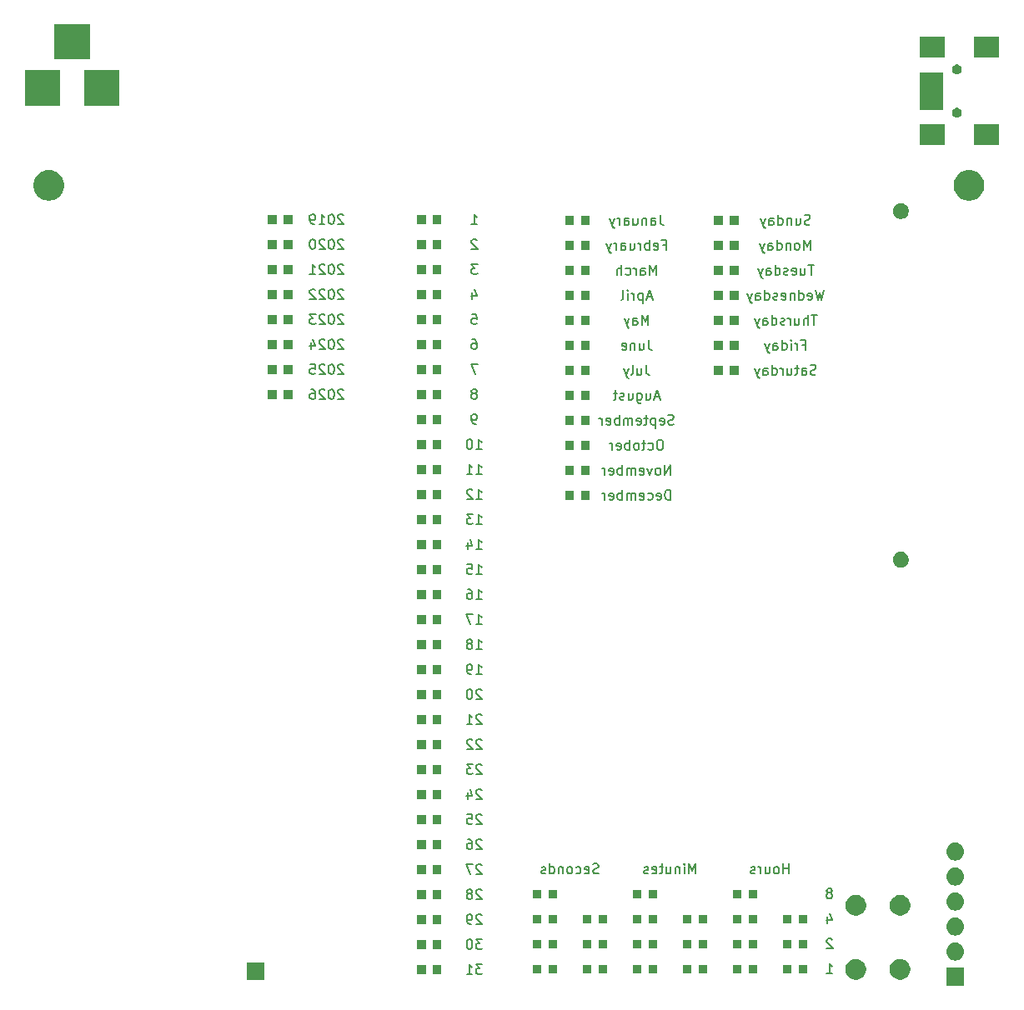
<source format=gbr>
G04 #@! TF.GenerationSoftware,KiCad,Pcbnew,(5.1.2)-1*
G04 #@! TF.CreationDate,2019-09-01T11:48:08-05:00*
G04 #@! TF.ProjectId,Electronic_Calendar,456c6563-7472-46f6-9e69-635f43616c65,rev?*
G04 #@! TF.SameCoordinates,Original*
G04 #@! TF.FileFunction,Soldermask,Bot*
G04 #@! TF.FilePolarity,Negative*
%FSLAX46Y46*%
G04 Gerber Fmt 4.6, Leading zero omitted, Abs format (unit mm)*
G04 Created by KiCad (PCBNEW (5.1.2)-1) date 2019-09-01 11:48:08*
%MOMM*%
%LPD*%
G04 APERTURE LIST*
%ADD10C,0.150000*%
%ADD11C,0.100000*%
G04 APERTURE END LIST*
D10*
X148486428Y-81430761D02*
X148343571Y-81478380D01*
X148105476Y-81478380D01*
X148010238Y-81430761D01*
X147962619Y-81383142D01*
X147914999Y-81287904D01*
X147914999Y-81192666D01*
X147962619Y-81097428D01*
X148010238Y-81049809D01*
X148105476Y-81002190D01*
X148295952Y-80954571D01*
X148391190Y-80906952D01*
X148438809Y-80859333D01*
X148486428Y-80764095D01*
X148486428Y-80668857D01*
X148438809Y-80573619D01*
X148391190Y-80526000D01*
X148295952Y-80478380D01*
X148057857Y-80478380D01*
X147914999Y-80526000D01*
X147057857Y-81478380D02*
X147057857Y-80954571D01*
X147105476Y-80859333D01*
X147200714Y-80811714D01*
X147391190Y-80811714D01*
X147486428Y-80859333D01*
X147057857Y-81430761D02*
X147153095Y-81478380D01*
X147391190Y-81478380D01*
X147486428Y-81430761D01*
X147534047Y-81335523D01*
X147534047Y-81240285D01*
X147486428Y-81145047D01*
X147391190Y-81097428D01*
X147153095Y-81097428D01*
X147057857Y-81049809D01*
X146724523Y-80811714D02*
X146343571Y-80811714D01*
X146581666Y-80478380D02*
X146581666Y-81335523D01*
X146534047Y-81430761D01*
X146438809Y-81478380D01*
X146343571Y-81478380D01*
X145581666Y-80811714D02*
X145581666Y-81478380D01*
X146010238Y-80811714D02*
X146010238Y-81335523D01*
X145962619Y-81430761D01*
X145867380Y-81478380D01*
X145724523Y-81478380D01*
X145629285Y-81430761D01*
X145581666Y-81383142D01*
X145105476Y-81478380D02*
X145105476Y-80811714D01*
X145105476Y-81002190D02*
X145057857Y-80906952D01*
X145010238Y-80859333D01*
X144914999Y-80811714D01*
X144819761Y-80811714D01*
X144057857Y-81478380D02*
X144057857Y-80478380D01*
X144057857Y-81430761D02*
X144153095Y-81478380D01*
X144343571Y-81478380D01*
X144438809Y-81430761D01*
X144486428Y-81383142D01*
X144534047Y-81287904D01*
X144534047Y-81002190D01*
X144486428Y-80906952D01*
X144438809Y-80859333D01*
X144343571Y-80811714D01*
X144153095Y-80811714D01*
X144057857Y-80859333D01*
X143153095Y-81478380D02*
X143153095Y-80954571D01*
X143200714Y-80859333D01*
X143295952Y-80811714D01*
X143486428Y-80811714D01*
X143581666Y-80859333D01*
X143153095Y-81430761D02*
X143248333Y-81478380D01*
X143486428Y-81478380D01*
X143581666Y-81430761D01*
X143629285Y-81335523D01*
X143629285Y-81240285D01*
X143581666Y-81145047D01*
X143486428Y-81097428D01*
X143248333Y-81097428D01*
X143153095Y-81049809D01*
X142772142Y-80811714D02*
X142534047Y-81478380D01*
X142295952Y-80811714D02*
X142534047Y-81478380D01*
X142629285Y-81716476D01*
X142676904Y-81764095D01*
X142772142Y-81811714D01*
X147105476Y-78414571D02*
X147438809Y-78414571D01*
X147438809Y-78938380D02*
X147438809Y-77938380D01*
X146962619Y-77938380D01*
X146581666Y-78938380D02*
X146581666Y-78271714D01*
X146581666Y-78462190D02*
X146534047Y-78366952D01*
X146486428Y-78319333D01*
X146391190Y-78271714D01*
X146295952Y-78271714D01*
X145962619Y-78938380D02*
X145962619Y-78271714D01*
X145962619Y-77938380D02*
X146010238Y-77986000D01*
X145962619Y-78033619D01*
X145915000Y-77986000D01*
X145962619Y-77938380D01*
X145962619Y-78033619D01*
X145057857Y-78938380D02*
X145057857Y-77938380D01*
X145057857Y-78890761D02*
X145153095Y-78938380D01*
X145343571Y-78938380D01*
X145438809Y-78890761D01*
X145486428Y-78843142D01*
X145534047Y-78747904D01*
X145534047Y-78462190D01*
X145486428Y-78366952D01*
X145438809Y-78319333D01*
X145343571Y-78271714D01*
X145153095Y-78271714D01*
X145057857Y-78319333D01*
X144153095Y-78938380D02*
X144153095Y-78414571D01*
X144200714Y-78319333D01*
X144295952Y-78271714D01*
X144486428Y-78271714D01*
X144581666Y-78319333D01*
X144153095Y-78890761D02*
X144248333Y-78938380D01*
X144486428Y-78938380D01*
X144581666Y-78890761D01*
X144629285Y-78795523D01*
X144629285Y-78700285D01*
X144581666Y-78605047D01*
X144486428Y-78557428D01*
X144248333Y-78557428D01*
X144153095Y-78509809D01*
X143772142Y-78271714D02*
X143534047Y-78938380D01*
X143295952Y-78271714D02*
X143534047Y-78938380D01*
X143629285Y-79176476D01*
X143676904Y-79224095D01*
X143772142Y-79271714D01*
X148605476Y-75398380D02*
X148034047Y-75398380D01*
X148319761Y-76398380D02*
X148319761Y-75398380D01*
X147700714Y-76398380D02*
X147700714Y-75398380D01*
X147272142Y-76398380D02*
X147272142Y-75874571D01*
X147319761Y-75779333D01*
X147415000Y-75731714D01*
X147557857Y-75731714D01*
X147653095Y-75779333D01*
X147700714Y-75826952D01*
X146367380Y-75731714D02*
X146367380Y-76398380D01*
X146795952Y-75731714D02*
X146795952Y-76255523D01*
X146748333Y-76350761D01*
X146653095Y-76398380D01*
X146510238Y-76398380D01*
X146415000Y-76350761D01*
X146367380Y-76303142D01*
X145891190Y-76398380D02*
X145891190Y-75731714D01*
X145891190Y-75922190D02*
X145843571Y-75826952D01*
X145795952Y-75779333D01*
X145700714Y-75731714D01*
X145605476Y-75731714D01*
X145319761Y-76350761D02*
X145224523Y-76398380D01*
X145034047Y-76398380D01*
X144938809Y-76350761D01*
X144891190Y-76255523D01*
X144891190Y-76207904D01*
X144938809Y-76112666D01*
X145034047Y-76065047D01*
X145176904Y-76065047D01*
X145272142Y-76017428D01*
X145319761Y-75922190D01*
X145319761Y-75874571D01*
X145272142Y-75779333D01*
X145176904Y-75731714D01*
X145034047Y-75731714D01*
X144938809Y-75779333D01*
X144034047Y-76398380D02*
X144034047Y-75398380D01*
X144034047Y-76350761D02*
X144129285Y-76398380D01*
X144319761Y-76398380D01*
X144415000Y-76350761D01*
X144462619Y-76303142D01*
X144510238Y-76207904D01*
X144510238Y-75922190D01*
X144462619Y-75826952D01*
X144415000Y-75779333D01*
X144319761Y-75731714D01*
X144129285Y-75731714D01*
X144034047Y-75779333D01*
X143129285Y-76398380D02*
X143129285Y-75874571D01*
X143176904Y-75779333D01*
X143272142Y-75731714D01*
X143462619Y-75731714D01*
X143557857Y-75779333D01*
X143129285Y-76350761D02*
X143224523Y-76398380D01*
X143462619Y-76398380D01*
X143557857Y-76350761D01*
X143605476Y-76255523D01*
X143605476Y-76160285D01*
X143557857Y-76065047D01*
X143462619Y-76017428D01*
X143224523Y-76017428D01*
X143129285Y-75969809D01*
X142748333Y-75731714D02*
X142510238Y-76398380D01*
X142272142Y-75731714D02*
X142510238Y-76398380D01*
X142605476Y-76636476D01*
X142653095Y-76684095D01*
X142748333Y-76731714D01*
X149295952Y-72858380D02*
X149057857Y-73858380D01*
X148867380Y-73144095D01*
X148676904Y-73858380D01*
X148438809Y-72858380D01*
X147676904Y-73810761D02*
X147772142Y-73858380D01*
X147962619Y-73858380D01*
X148057857Y-73810761D01*
X148105476Y-73715523D01*
X148105476Y-73334571D01*
X148057857Y-73239333D01*
X147962619Y-73191714D01*
X147772142Y-73191714D01*
X147676904Y-73239333D01*
X147629285Y-73334571D01*
X147629285Y-73429809D01*
X148105476Y-73525047D01*
X146772142Y-73858380D02*
X146772142Y-72858380D01*
X146772142Y-73810761D02*
X146867380Y-73858380D01*
X147057857Y-73858380D01*
X147153095Y-73810761D01*
X147200714Y-73763142D01*
X147248333Y-73667904D01*
X147248333Y-73382190D01*
X147200714Y-73286952D01*
X147153095Y-73239333D01*
X147057857Y-73191714D01*
X146867380Y-73191714D01*
X146772142Y-73239333D01*
X146295952Y-73191714D02*
X146295952Y-73858380D01*
X146295952Y-73286952D02*
X146248333Y-73239333D01*
X146153095Y-73191714D01*
X146010238Y-73191714D01*
X145915000Y-73239333D01*
X145867380Y-73334571D01*
X145867380Y-73858380D01*
X145010238Y-73810761D02*
X145105476Y-73858380D01*
X145295952Y-73858380D01*
X145391190Y-73810761D01*
X145438809Y-73715523D01*
X145438809Y-73334571D01*
X145391190Y-73239333D01*
X145295952Y-73191714D01*
X145105476Y-73191714D01*
X145010238Y-73239333D01*
X144962619Y-73334571D01*
X144962619Y-73429809D01*
X145438809Y-73525047D01*
X144581666Y-73810761D02*
X144486428Y-73858380D01*
X144295952Y-73858380D01*
X144200714Y-73810761D01*
X144153095Y-73715523D01*
X144153095Y-73667904D01*
X144200714Y-73572666D01*
X144295952Y-73525047D01*
X144438809Y-73525047D01*
X144534047Y-73477428D01*
X144581666Y-73382190D01*
X144581666Y-73334571D01*
X144534047Y-73239333D01*
X144438809Y-73191714D01*
X144295952Y-73191714D01*
X144200714Y-73239333D01*
X143295952Y-73858380D02*
X143295952Y-72858380D01*
X143295952Y-73810761D02*
X143391190Y-73858380D01*
X143581666Y-73858380D01*
X143676904Y-73810761D01*
X143724523Y-73763142D01*
X143772142Y-73667904D01*
X143772142Y-73382190D01*
X143724523Y-73286952D01*
X143676904Y-73239333D01*
X143581666Y-73191714D01*
X143391190Y-73191714D01*
X143295952Y-73239333D01*
X142391190Y-73858380D02*
X142391190Y-73334571D01*
X142438809Y-73239333D01*
X142534047Y-73191714D01*
X142724523Y-73191714D01*
X142819761Y-73239333D01*
X142391190Y-73810761D02*
X142486428Y-73858380D01*
X142724523Y-73858380D01*
X142819761Y-73810761D01*
X142867380Y-73715523D01*
X142867380Y-73620285D01*
X142819761Y-73525047D01*
X142724523Y-73477428D01*
X142486428Y-73477428D01*
X142391190Y-73429809D01*
X142010238Y-73191714D02*
X141772142Y-73858380D01*
X141534047Y-73191714D02*
X141772142Y-73858380D01*
X141867380Y-74096476D01*
X141915000Y-74144095D01*
X142010238Y-74191714D01*
X148272142Y-70318380D02*
X147700714Y-70318380D01*
X147986428Y-71318380D02*
X147986428Y-70318380D01*
X146938809Y-70651714D02*
X146938809Y-71318380D01*
X147367380Y-70651714D02*
X147367380Y-71175523D01*
X147319761Y-71270761D01*
X147224523Y-71318380D01*
X147081666Y-71318380D01*
X146986428Y-71270761D01*
X146938809Y-71223142D01*
X146081666Y-71270761D02*
X146176904Y-71318380D01*
X146367380Y-71318380D01*
X146462619Y-71270761D01*
X146510238Y-71175523D01*
X146510238Y-70794571D01*
X146462619Y-70699333D01*
X146367380Y-70651714D01*
X146176904Y-70651714D01*
X146081666Y-70699333D01*
X146034047Y-70794571D01*
X146034047Y-70889809D01*
X146510238Y-70985047D01*
X145653095Y-71270761D02*
X145557857Y-71318380D01*
X145367380Y-71318380D01*
X145272142Y-71270761D01*
X145224523Y-71175523D01*
X145224523Y-71127904D01*
X145272142Y-71032666D01*
X145367380Y-70985047D01*
X145510238Y-70985047D01*
X145605476Y-70937428D01*
X145653095Y-70842190D01*
X145653095Y-70794571D01*
X145605476Y-70699333D01*
X145510238Y-70651714D01*
X145367380Y-70651714D01*
X145272142Y-70699333D01*
X144367380Y-71318380D02*
X144367380Y-70318380D01*
X144367380Y-71270761D02*
X144462619Y-71318380D01*
X144653095Y-71318380D01*
X144748333Y-71270761D01*
X144795952Y-71223142D01*
X144843571Y-71127904D01*
X144843571Y-70842190D01*
X144795952Y-70746952D01*
X144748333Y-70699333D01*
X144653095Y-70651714D01*
X144462619Y-70651714D01*
X144367380Y-70699333D01*
X143462619Y-71318380D02*
X143462619Y-70794571D01*
X143510238Y-70699333D01*
X143605476Y-70651714D01*
X143795952Y-70651714D01*
X143891190Y-70699333D01*
X143462619Y-71270761D02*
X143557857Y-71318380D01*
X143795952Y-71318380D01*
X143891190Y-71270761D01*
X143938809Y-71175523D01*
X143938809Y-71080285D01*
X143891190Y-70985047D01*
X143795952Y-70937428D01*
X143557857Y-70937428D01*
X143462619Y-70889809D01*
X143081666Y-70651714D02*
X142843571Y-71318380D01*
X142605476Y-70651714D02*
X142843571Y-71318380D01*
X142938809Y-71556476D01*
X142986428Y-71604095D01*
X143081666Y-71651714D01*
X147938809Y-68778380D02*
X147938809Y-67778380D01*
X147605476Y-68492666D01*
X147272142Y-67778380D01*
X147272142Y-68778380D01*
X146653095Y-68778380D02*
X146748333Y-68730761D01*
X146795952Y-68683142D01*
X146843571Y-68587904D01*
X146843571Y-68302190D01*
X146795952Y-68206952D01*
X146748333Y-68159333D01*
X146653095Y-68111714D01*
X146510238Y-68111714D01*
X146414999Y-68159333D01*
X146367380Y-68206952D01*
X146319761Y-68302190D01*
X146319761Y-68587904D01*
X146367380Y-68683142D01*
X146414999Y-68730761D01*
X146510238Y-68778380D01*
X146653095Y-68778380D01*
X145891190Y-68111714D02*
X145891190Y-68778380D01*
X145891190Y-68206952D02*
X145843571Y-68159333D01*
X145748333Y-68111714D01*
X145605476Y-68111714D01*
X145510238Y-68159333D01*
X145462619Y-68254571D01*
X145462619Y-68778380D01*
X144557857Y-68778380D02*
X144557857Y-67778380D01*
X144557857Y-68730761D02*
X144653095Y-68778380D01*
X144843571Y-68778380D01*
X144938809Y-68730761D01*
X144986428Y-68683142D01*
X145034047Y-68587904D01*
X145034047Y-68302190D01*
X144986428Y-68206952D01*
X144938809Y-68159333D01*
X144843571Y-68111714D01*
X144653095Y-68111714D01*
X144557857Y-68159333D01*
X143653095Y-68778380D02*
X143653095Y-68254571D01*
X143700714Y-68159333D01*
X143795952Y-68111714D01*
X143986428Y-68111714D01*
X144081666Y-68159333D01*
X143653095Y-68730761D02*
X143748333Y-68778380D01*
X143986428Y-68778380D01*
X144081666Y-68730761D01*
X144129285Y-68635523D01*
X144129285Y-68540285D01*
X144081666Y-68445047D01*
X143986428Y-68397428D01*
X143748333Y-68397428D01*
X143653095Y-68349809D01*
X143272142Y-68111714D02*
X143034047Y-68778380D01*
X142795952Y-68111714D02*
X143034047Y-68778380D01*
X143129285Y-69016476D01*
X143176904Y-69064095D01*
X143272142Y-69111714D01*
X147891190Y-66190761D02*
X147748333Y-66238380D01*
X147510238Y-66238380D01*
X147415000Y-66190761D01*
X147367380Y-66143142D01*
X147319761Y-66047904D01*
X147319761Y-65952666D01*
X147367380Y-65857428D01*
X147415000Y-65809809D01*
X147510238Y-65762190D01*
X147700714Y-65714571D01*
X147795952Y-65666952D01*
X147843571Y-65619333D01*
X147891190Y-65524095D01*
X147891190Y-65428857D01*
X147843571Y-65333619D01*
X147795952Y-65286000D01*
X147700714Y-65238380D01*
X147462619Y-65238380D01*
X147319761Y-65286000D01*
X146462619Y-65571714D02*
X146462619Y-66238380D01*
X146891190Y-65571714D02*
X146891190Y-66095523D01*
X146843571Y-66190761D01*
X146748333Y-66238380D01*
X146605476Y-66238380D01*
X146510238Y-66190761D01*
X146462619Y-66143142D01*
X145986428Y-65571714D02*
X145986428Y-66238380D01*
X145986428Y-65666952D02*
X145938809Y-65619333D01*
X145843571Y-65571714D01*
X145700714Y-65571714D01*
X145605476Y-65619333D01*
X145557857Y-65714571D01*
X145557857Y-66238380D01*
X144653095Y-66238380D02*
X144653095Y-65238380D01*
X144653095Y-66190761D02*
X144748333Y-66238380D01*
X144938809Y-66238380D01*
X145034047Y-66190761D01*
X145081666Y-66143142D01*
X145129285Y-66047904D01*
X145129285Y-65762190D01*
X145081666Y-65666952D01*
X145034047Y-65619333D01*
X144938809Y-65571714D01*
X144748333Y-65571714D01*
X144653095Y-65619333D01*
X143748333Y-66238380D02*
X143748333Y-65714571D01*
X143795952Y-65619333D01*
X143891190Y-65571714D01*
X144081666Y-65571714D01*
X144176904Y-65619333D01*
X143748333Y-66190761D02*
X143843571Y-66238380D01*
X144081666Y-66238380D01*
X144176904Y-66190761D01*
X144224523Y-66095523D01*
X144224523Y-66000285D01*
X144176904Y-65905047D01*
X144081666Y-65857428D01*
X143843571Y-65857428D01*
X143748333Y-65809809D01*
X143367380Y-65571714D02*
X143129285Y-66238380D01*
X142891190Y-65571714D02*
X143129285Y-66238380D01*
X143224523Y-66476476D01*
X143272142Y-66524095D01*
X143367380Y-66571714D01*
X133706761Y-94178380D02*
X133706761Y-93178380D01*
X133468666Y-93178380D01*
X133325809Y-93226000D01*
X133230571Y-93321238D01*
X133182952Y-93416476D01*
X133135333Y-93606952D01*
X133135333Y-93749809D01*
X133182952Y-93940285D01*
X133230571Y-94035523D01*
X133325809Y-94130761D01*
X133468666Y-94178380D01*
X133706761Y-94178380D01*
X132325809Y-94130761D02*
X132421047Y-94178380D01*
X132611523Y-94178380D01*
X132706761Y-94130761D01*
X132754380Y-94035523D01*
X132754380Y-93654571D01*
X132706761Y-93559333D01*
X132611523Y-93511714D01*
X132421047Y-93511714D01*
X132325809Y-93559333D01*
X132278190Y-93654571D01*
X132278190Y-93749809D01*
X132754380Y-93845047D01*
X131421047Y-94130761D02*
X131516285Y-94178380D01*
X131706761Y-94178380D01*
X131802000Y-94130761D01*
X131849619Y-94083142D01*
X131897238Y-93987904D01*
X131897238Y-93702190D01*
X131849619Y-93606952D01*
X131802000Y-93559333D01*
X131706761Y-93511714D01*
X131516285Y-93511714D01*
X131421047Y-93559333D01*
X130611523Y-94130761D02*
X130706761Y-94178380D01*
X130897238Y-94178380D01*
X130992476Y-94130761D01*
X131040095Y-94035523D01*
X131040095Y-93654571D01*
X130992476Y-93559333D01*
X130897238Y-93511714D01*
X130706761Y-93511714D01*
X130611523Y-93559333D01*
X130563904Y-93654571D01*
X130563904Y-93749809D01*
X131040095Y-93845047D01*
X130135333Y-94178380D02*
X130135333Y-93511714D01*
X130135333Y-93606952D02*
X130087714Y-93559333D01*
X129992476Y-93511714D01*
X129849619Y-93511714D01*
X129754380Y-93559333D01*
X129706761Y-93654571D01*
X129706761Y-94178380D01*
X129706761Y-93654571D02*
X129659142Y-93559333D01*
X129563904Y-93511714D01*
X129421047Y-93511714D01*
X129325809Y-93559333D01*
X129278190Y-93654571D01*
X129278190Y-94178380D01*
X128802000Y-94178380D02*
X128802000Y-93178380D01*
X128802000Y-93559333D02*
X128706761Y-93511714D01*
X128516285Y-93511714D01*
X128421047Y-93559333D01*
X128373428Y-93606952D01*
X128325809Y-93702190D01*
X128325809Y-93987904D01*
X128373428Y-94083142D01*
X128421047Y-94130761D01*
X128516285Y-94178380D01*
X128706761Y-94178380D01*
X128802000Y-94130761D01*
X127516285Y-94130761D02*
X127611523Y-94178380D01*
X127802000Y-94178380D01*
X127897238Y-94130761D01*
X127944857Y-94035523D01*
X127944857Y-93654571D01*
X127897238Y-93559333D01*
X127802000Y-93511714D01*
X127611523Y-93511714D01*
X127516285Y-93559333D01*
X127468666Y-93654571D01*
X127468666Y-93749809D01*
X127944857Y-93845047D01*
X127040095Y-94178380D02*
X127040095Y-93511714D01*
X127040095Y-93702190D02*
X126992476Y-93606952D01*
X126944857Y-93559333D01*
X126849619Y-93511714D01*
X126754380Y-93511714D01*
X133706761Y-91638380D02*
X133706761Y-90638380D01*
X133135333Y-91638380D01*
X133135333Y-90638380D01*
X132516285Y-91638380D02*
X132611523Y-91590761D01*
X132659142Y-91543142D01*
X132706761Y-91447904D01*
X132706761Y-91162190D01*
X132659142Y-91066952D01*
X132611523Y-91019333D01*
X132516285Y-90971714D01*
X132373428Y-90971714D01*
X132278190Y-91019333D01*
X132230571Y-91066952D01*
X132182952Y-91162190D01*
X132182952Y-91447904D01*
X132230571Y-91543142D01*
X132278190Y-91590761D01*
X132373428Y-91638380D01*
X132516285Y-91638380D01*
X131849619Y-90971714D02*
X131611523Y-91638380D01*
X131373428Y-90971714D01*
X130611523Y-91590761D02*
X130706761Y-91638380D01*
X130897238Y-91638380D01*
X130992476Y-91590761D01*
X131040095Y-91495523D01*
X131040095Y-91114571D01*
X130992476Y-91019333D01*
X130897238Y-90971714D01*
X130706761Y-90971714D01*
X130611523Y-91019333D01*
X130563904Y-91114571D01*
X130563904Y-91209809D01*
X131040095Y-91305047D01*
X130135333Y-91638380D02*
X130135333Y-90971714D01*
X130135333Y-91066952D02*
X130087714Y-91019333D01*
X129992476Y-90971714D01*
X129849619Y-90971714D01*
X129754380Y-91019333D01*
X129706761Y-91114571D01*
X129706761Y-91638380D01*
X129706761Y-91114571D02*
X129659142Y-91019333D01*
X129563904Y-90971714D01*
X129421047Y-90971714D01*
X129325809Y-91019333D01*
X129278190Y-91114571D01*
X129278190Y-91638380D01*
X128802000Y-91638380D02*
X128802000Y-90638380D01*
X128802000Y-91019333D02*
X128706761Y-90971714D01*
X128516285Y-90971714D01*
X128421047Y-91019333D01*
X128373428Y-91066952D01*
X128325809Y-91162190D01*
X128325809Y-91447904D01*
X128373428Y-91543142D01*
X128421047Y-91590761D01*
X128516285Y-91638380D01*
X128706761Y-91638380D01*
X128802000Y-91590761D01*
X127516285Y-91590761D02*
X127611523Y-91638380D01*
X127802000Y-91638380D01*
X127897238Y-91590761D01*
X127944857Y-91495523D01*
X127944857Y-91114571D01*
X127897238Y-91019333D01*
X127802000Y-90971714D01*
X127611523Y-90971714D01*
X127516285Y-91019333D01*
X127468666Y-91114571D01*
X127468666Y-91209809D01*
X127944857Y-91305047D01*
X127040095Y-91638380D02*
X127040095Y-90971714D01*
X127040095Y-91162190D02*
X126992476Y-91066952D01*
X126944857Y-91019333D01*
X126849619Y-90971714D01*
X126754380Y-90971714D01*
X132754380Y-88098380D02*
X132563904Y-88098380D01*
X132468666Y-88146000D01*
X132373428Y-88241238D01*
X132325809Y-88431714D01*
X132325809Y-88765047D01*
X132373428Y-88955523D01*
X132468666Y-89050761D01*
X132563904Y-89098380D01*
X132754380Y-89098380D01*
X132849619Y-89050761D01*
X132944857Y-88955523D01*
X132992476Y-88765047D01*
X132992476Y-88431714D01*
X132944857Y-88241238D01*
X132849619Y-88146000D01*
X132754380Y-88098380D01*
X131468666Y-89050761D02*
X131563904Y-89098380D01*
X131754380Y-89098380D01*
X131849619Y-89050761D01*
X131897238Y-89003142D01*
X131944857Y-88907904D01*
X131944857Y-88622190D01*
X131897238Y-88526952D01*
X131849619Y-88479333D01*
X131754380Y-88431714D01*
X131563904Y-88431714D01*
X131468666Y-88479333D01*
X131182952Y-88431714D02*
X130801999Y-88431714D01*
X131040095Y-88098380D02*
X131040095Y-88955523D01*
X130992476Y-89050761D01*
X130897238Y-89098380D01*
X130801999Y-89098380D01*
X130325809Y-89098380D02*
X130421047Y-89050761D01*
X130468666Y-89003142D01*
X130516285Y-88907904D01*
X130516285Y-88622190D01*
X130468666Y-88526952D01*
X130421047Y-88479333D01*
X130325809Y-88431714D01*
X130182952Y-88431714D01*
X130087714Y-88479333D01*
X130040095Y-88526952D01*
X129992476Y-88622190D01*
X129992476Y-88907904D01*
X130040095Y-89003142D01*
X130087714Y-89050761D01*
X130182952Y-89098380D01*
X130325809Y-89098380D01*
X129563904Y-89098380D02*
X129563904Y-88098380D01*
X129563904Y-88479333D02*
X129468666Y-88431714D01*
X129278190Y-88431714D01*
X129182952Y-88479333D01*
X129135333Y-88526952D01*
X129087714Y-88622190D01*
X129087714Y-88907904D01*
X129135333Y-89003142D01*
X129182952Y-89050761D01*
X129278190Y-89098380D01*
X129468666Y-89098380D01*
X129563904Y-89050761D01*
X128278190Y-89050761D02*
X128373428Y-89098380D01*
X128563904Y-89098380D01*
X128659142Y-89050761D01*
X128706761Y-88955523D01*
X128706761Y-88574571D01*
X128659142Y-88479333D01*
X128563904Y-88431714D01*
X128373428Y-88431714D01*
X128278190Y-88479333D01*
X128230571Y-88574571D01*
X128230571Y-88669809D01*
X128706761Y-88765047D01*
X127802000Y-89098380D02*
X127802000Y-88431714D01*
X127802000Y-88622190D02*
X127754380Y-88526952D01*
X127706761Y-88479333D01*
X127611523Y-88431714D01*
X127516285Y-88431714D01*
X134040095Y-86510761D02*
X133897238Y-86558380D01*
X133659142Y-86558380D01*
X133563904Y-86510761D01*
X133516285Y-86463142D01*
X133468666Y-86367904D01*
X133468666Y-86272666D01*
X133516285Y-86177428D01*
X133563904Y-86129809D01*
X133659142Y-86082190D01*
X133849619Y-86034571D01*
X133944857Y-85986952D01*
X133992476Y-85939333D01*
X134040095Y-85844095D01*
X134040095Y-85748857D01*
X133992476Y-85653619D01*
X133944857Y-85606000D01*
X133849619Y-85558380D01*
X133611523Y-85558380D01*
X133468666Y-85606000D01*
X132659142Y-86510761D02*
X132754380Y-86558380D01*
X132944857Y-86558380D01*
X133040095Y-86510761D01*
X133087714Y-86415523D01*
X133087714Y-86034571D01*
X133040095Y-85939333D01*
X132944857Y-85891714D01*
X132754380Y-85891714D01*
X132659142Y-85939333D01*
X132611523Y-86034571D01*
X132611523Y-86129809D01*
X133087714Y-86225047D01*
X132182952Y-85891714D02*
X132182952Y-86891714D01*
X132182952Y-85939333D02*
X132087714Y-85891714D01*
X131897238Y-85891714D01*
X131802000Y-85939333D01*
X131754380Y-85986952D01*
X131706761Y-86082190D01*
X131706761Y-86367904D01*
X131754380Y-86463142D01*
X131802000Y-86510761D01*
X131897238Y-86558380D01*
X132087714Y-86558380D01*
X132182952Y-86510761D01*
X131421047Y-85891714D02*
X131040095Y-85891714D01*
X131278190Y-85558380D02*
X131278190Y-86415523D01*
X131230571Y-86510761D01*
X131135333Y-86558380D01*
X131040095Y-86558380D01*
X130325809Y-86510761D02*
X130421047Y-86558380D01*
X130611523Y-86558380D01*
X130706761Y-86510761D01*
X130754380Y-86415523D01*
X130754380Y-86034571D01*
X130706761Y-85939333D01*
X130611523Y-85891714D01*
X130421047Y-85891714D01*
X130325809Y-85939333D01*
X130278190Y-86034571D01*
X130278190Y-86129809D01*
X130754380Y-86225047D01*
X129849619Y-86558380D02*
X129849619Y-85891714D01*
X129849619Y-85986952D02*
X129802000Y-85939333D01*
X129706761Y-85891714D01*
X129563904Y-85891714D01*
X129468666Y-85939333D01*
X129421047Y-86034571D01*
X129421047Y-86558380D01*
X129421047Y-86034571D02*
X129373428Y-85939333D01*
X129278190Y-85891714D01*
X129135333Y-85891714D01*
X129040095Y-85939333D01*
X128992476Y-86034571D01*
X128992476Y-86558380D01*
X128516285Y-86558380D02*
X128516285Y-85558380D01*
X128516285Y-85939333D02*
X128421047Y-85891714D01*
X128230571Y-85891714D01*
X128135333Y-85939333D01*
X128087714Y-85986952D01*
X128040095Y-86082190D01*
X128040095Y-86367904D01*
X128087714Y-86463142D01*
X128135333Y-86510761D01*
X128230571Y-86558380D01*
X128421047Y-86558380D01*
X128516285Y-86510761D01*
X127230571Y-86510761D02*
X127325809Y-86558380D01*
X127516285Y-86558380D01*
X127611523Y-86510761D01*
X127659142Y-86415523D01*
X127659142Y-86034571D01*
X127611523Y-85939333D01*
X127516285Y-85891714D01*
X127325809Y-85891714D01*
X127230571Y-85939333D01*
X127182952Y-86034571D01*
X127182952Y-86129809D01*
X127659142Y-86225047D01*
X126754380Y-86558380D02*
X126754380Y-85891714D01*
X126754380Y-86082190D02*
X126706761Y-85986952D01*
X126659142Y-85939333D01*
X126563904Y-85891714D01*
X126468666Y-85891714D01*
X132587714Y-83732666D02*
X132111523Y-83732666D01*
X132682952Y-84018380D02*
X132349619Y-83018380D01*
X132016285Y-84018380D01*
X131254380Y-83351714D02*
X131254380Y-84018380D01*
X131682952Y-83351714D02*
X131682952Y-83875523D01*
X131635333Y-83970761D01*
X131540095Y-84018380D01*
X131397238Y-84018380D01*
X131302000Y-83970761D01*
X131254380Y-83923142D01*
X130349619Y-83351714D02*
X130349619Y-84161238D01*
X130397238Y-84256476D01*
X130444857Y-84304095D01*
X130540095Y-84351714D01*
X130682952Y-84351714D01*
X130778190Y-84304095D01*
X130349619Y-83970761D02*
X130444857Y-84018380D01*
X130635333Y-84018380D01*
X130730571Y-83970761D01*
X130778190Y-83923142D01*
X130825809Y-83827904D01*
X130825809Y-83542190D01*
X130778190Y-83446952D01*
X130730571Y-83399333D01*
X130635333Y-83351714D01*
X130444857Y-83351714D01*
X130349619Y-83399333D01*
X129444857Y-83351714D02*
X129444857Y-84018380D01*
X129873428Y-83351714D02*
X129873428Y-83875523D01*
X129825809Y-83970761D01*
X129730571Y-84018380D01*
X129587714Y-84018380D01*
X129492476Y-83970761D01*
X129444857Y-83923142D01*
X129016285Y-83970761D02*
X128921047Y-84018380D01*
X128730571Y-84018380D01*
X128635333Y-83970761D01*
X128587714Y-83875523D01*
X128587714Y-83827904D01*
X128635333Y-83732666D01*
X128730571Y-83685047D01*
X128873428Y-83685047D01*
X128968666Y-83637428D01*
X129016285Y-83542190D01*
X129016285Y-83494571D01*
X128968666Y-83399333D01*
X128873428Y-83351714D01*
X128730571Y-83351714D01*
X128635333Y-83399333D01*
X128302000Y-83351714D02*
X127921047Y-83351714D01*
X128159142Y-83018380D02*
X128159142Y-83875523D01*
X128111523Y-83970761D01*
X128016285Y-84018380D01*
X127921047Y-84018380D01*
X131254380Y-80478380D02*
X131254380Y-81192666D01*
X131302000Y-81335523D01*
X131397238Y-81430761D01*
X131540095Y-81478380D01*
X131635333Y-81478380D01*
X130349619Y-80811714D02*
X130349619Y-81478380D01*
X130778190Y-80811714D02*
X130778190Y-81335523D01*
X130730571Y-81430761D01*
X130635333Y-81478380D01*
X130492476Y-81478380D01*
X130397238Y-81430761D01*
X130349619Y-81383142D01*
X129730571Y-81478380D02*
X129825809Y-81430761D01*
X129873428Y-81335523D01*
X129873428Y-80478380D01*
X129444857Y-80811714D02*
X129206761Y-81478380D01*
X128968666Y-80811714D02*
X129206761Y-81478380D01*
X129302000Y-81716476D01*
X129349619Y-81764095D01*
X129444857Y-81811714D01*
X131492476Y-77938380D02*
X131492476Y-78652666D01*
X131540095Y-78795523D01*
X131635333Y-78890761D01*
X131778190Y-78938380D01*
X131873428Y-78938380D01*
X130587714Y-78271714D02*
X130587714Y-78938380D01*
X131016285Y-78271714D02*
X131016285Y-78795523D01*
X130968666Y-78890761D01*
X130873428Y-78938380D01*
X130730571Y-78938380D01*
X130635333Y-78890761D01*
X130587714Y-78843142D01*
X130111523Y-78271714D02*
X130111523Y-78938380D01*
X130111523Y-78366952D02*
X130063904Y-78319333D01*
X129968666Y-78271714D01*
X129825809Y-78271714D01*
X129730571Y-78319333D01*
X129682952Y-78414571D01*
X129682952Y-78938380D01*
X128825809Y-78890761D02*
X128921047Y-78938380D01*
X129111523Y-78938380D01*
X129206761Y-78890761D01*
X129254380Y-78795523D01*
X129254380Y-78414571D01*
X129206761Y-78319333D01*
X129111523Y-78271714D01*
X128921047Y-78271714D01*
X128825809Y-78319333D01*
X128778190Y-78414571D01*
X128778190Y-78509809D01*
X129254380Y-78605047D01*
X131468666Y-76398380D02*
X131468666Y-75398380D01*
X131135333Y-76112666D01*
X130802000Y-75398380D01*
X130802000Y-76398380D01*
X129897238Y-76398380D02*
X129897238Y-75874571D01*
X129944857Y-75779333D01*
X130040095Y-75731714D01*
X130230571Y-75731714D01*
X130325809Y-75779333D01*
X129897238Y-76350761D02*
X129992476Y-76398380D01*
X130230571Y-76398380D01*
X130325809Y-76350761D01*
X130373428Y-76255523D01*
X130373428Y-76160285D01*
X130325809Y-76065047D01*
X130230571Y-76017428D01*
X129992476Y-76017428D01*
X129897238Y-75969809D01*
X129516285Y-75731714D02*
X129278190Y-76398380D01*
X129040095Y-75731714D02*
X129278190Y-76398380D01*
X129373428Y-76636476D01*
X129421047Y-76684095D01*
X129516285Y-76731714D01*
X131802000Y-73572666D02*
X131325809Y-73572666D01*
X131897238Y-73858380D02*
X131563904Y-72858380D01*
X131230571Y-73858380D01*
X130897238Y-73191714D02*
X130897238Y-74191714D01*
X130897238Y-73239333D02*
X130802000Y-73191714D01*
X130611523Y-73191714D01*
X130516285Y-73239333D01*
X130468666Y-73286952D01*
X130421047Y-73382190D01*
X130421047Y-73667904D01*
X130468666Y-73763142D01*
X130516285Y-73810761D01*
X130611523Y-73858380D01*
X130802000Y-73858380D01*
X130897238Y-73810761D01*
X129992476Y-73858380D02*
X129992476Y-73191714D01*
X129992476Y-73382190D02*
X129944857Y-73286952D01*
X129897238Y-73239333D01*
X129802000Y-73191714D01*
X129706761Y-73191714D01*
X129373428Y-73858380D02*
X129373428Y-73191714D01*
X129373428Y-72858380D02*
X129421047Y-72906000D01*
X129373428Y-72953619D01*
X129325809Y-72906000D01*
X129373428Y-72858380D01*
X129373428Y-72953619D01*
X128754380Y-73858380D02*
X128849619Y-73810761D01*
X128897238Y-73715523D01*
X128897238Y-72858380D01*
X132278190Y-71318380D02*
X132278190Y-70318380D01*
X131944857Y-71032666D01*
X131611523Y-70318380D01*
X131611523Y-71318380D01*
X130706761Y-71318380D02*
X130706761Y-70794571D01*
X130754380Y-70699333D01*
X130849619Y-70651714D01*
X131040095Y-70651714D01*
X131135333Y-70699333D01*
X130706761Y-71270761D02*
X130802000Y-71318380D01*
X131040095Y-71318380D01*
X131135333Y-71270761D01*
X131182952Y-71175523D01*
X131182952Y-71080285D01*
X131135333Y-70985047D01*
X131040095Y-70937428D01*
X130802000Y-70937428D01*
X130706761Y-70889809D01*
X130230571Y-71318380D02*
X130230571Y-70651714D01*
X130230571Y-70842190D02*
X130182952Y-70746952D01*
X130135333Y-70699333D01*
X130040095Y-70651714D01*
X129944857Y-70651714D01*
X129182952Y-71270761D02*
X129278190Y-71318380D01*
X129468666Y-71318380D01*
X129563904Y-71270761D01*
X129611523Y-71223142D01*
X129659142Y-71127904D01*
X129659142Y-70842190D01*
X129611523Y-70746952D01*
X129563904Y-70699333D01*
X129468666Y-70651714D01*
X129278190Y-70651714D01*
X129182952Y-70699333D01*
X128754380Y-71318380D02*
X128754380Y-70318380D01*
X128325809Y-71318380D02*
X128325809Y-70794571D01*
X128373428Y-70699333D01*
X128468666Y-70651714D01*
X128611523Y-70651714D01*
X128706761Y-70699333D01*
X128754380Y-70746952D01*
X132944857Y-68254571D02*
X133278190Y-68254571D01*
X133278190Y-68778380D02*
X133278190Y-67778380D01*
X132802000Y-67778380D01*
X132040095Y-68730761D02*
X132135333Y-68778380D01*
X132325809Y-68778380D01*
X132421047Y-68730761D01*
X132468666Y-68635523D01*
X132468666Y-68254571D01*
X132421047Y-68159333D01*
X132325809Y-68111714D01*
X132135333Y-68111714D01*
X132040095Y-68159333D01*
X131992476Y-68254571D01*
X131992476Y-68349809D01*
X132468666Y-68445047D01*
X131563904Y-68778380D02*
X131563904Y-67778380D01*
X131563904Y-68159333D02*
X131468666Y-68111714D01*
X131278190Y-68111714D01*
X131182952Y-68159333D01*
X131135333Y-68206952D01*
X131087714Y-68302190D01*
X131087714Y-68587904D01*
X131135333Y-68683142D01*
X131182952Y-68730761D01*
X131278190Y-68778380D01*
X131468666Y-68778380D01*
X131563904Y-68730761D01*
X130659142Y-68778380D02*
X130659142Y-68111714D01*
X130659142Y-68302190D02*
X130611523Y-68206952D01*
X130563904Y-68159333D01*
X130468666Y-68111714D01*
X130373428Y-68111714D01*
X129611523Y-68111714D02*
X129611523Y-68778380D01*
X130040095Y-68111714D02*
X130040095Y-68635523D01*
X129992476Y-68730761D01*
X129897238Y-68778380D01*
X129754380Y-68778380D01*
X129659142Y-68730761D01*
X129611523Y-68683142D01*
X128706761Y-68778380D02*
X128706761Y-68254571D01*
X128754380Y-68159333D01*
X128849619Y-68111714D01*
X129040095Y-68111714D01*
X129135333Y-68159333D01*
X128706761Y-68730761D02*
X128802000Y-68778380D01*
X129040095Y-68778380D01*
X129135333Y-68730761D01*
X129182952Y-68635523D01*
X129182952Y-68540285D01*
X129135333Y-68445047D01*
X129040095Y-68397428D01*
X128802000Y-68397428D01*
X128706761Y-68349809D01*
X128230571Y-68778380D02*
X128230571Y-68111714D01*
X128230571Y-68302190D02*
X128182952Y-68206952D01*
X128135333Y-68159333D01*
X128040095Y-68111714D01*
X127944857Y-68111714D01*
X127706761Y-68111714D02*
X127468666Y-68778380D01*
X127230571Y-68111714D02*
X127468666Y-68778380D01*
X127563904Y-69016476D01*
X127611523Y-69064095D01*
X127706761Y-69111714D01*
X132659142Y-65238380D02*
X132659142Y-65952666D01*
X132706761Y-66095523D01*
X132802000Y-66190761D01*
X132944857Y-66238380D01*
X133040095Y-66238380D01*
X131754380Y-66238380D02*
X131754380Y-65714571D01*
X131802000Y-65619333D01*
X131897238Y-65571714D01*
X132087714Y-65571714D01*
X132182952Y-65619333D01*
X131754380Y-66190761D02*
X131849619Y-66238380D01*
X132087714Y-66238380D01*
X132182952Y-66190761D01*
X132230571Y-66095523D01*
X132230571Y-66000285D01*
X132182952Y-65905047D01*
X132087714Y-65857428D01*
X131849619Y-65857428D01*
X131754380Y-65809809D01*
X131278190Y-65571714D02*
X131278190Y-66238380D01*
X131278190Y-65666952D02*
X131230571Y-65619333D01*
X131135333Y-65571714D01*
X130992476Y-65571714D01*
X130897238Y-65619333D01*
X130849619Y-65714571D01*
X130849619Y-66238380D01*
X129944857Y-65571714D02*
X129944857Y-66238380D01*
X130373428Y-65571714D02*
X130373428Y-66095523D01*
X130325809Y-66190761D01*
X130230571Y-66238380D01*
X130087714Y-66238380D01*
X129992476Y-66190761D01*
X129944857Y-66143142D01*
X129040095Y-66238380D02*
X129040095Y-65714571D01*
X129087714Y-65619333D01*
X129182952Y-65571714D01*
X129373428Y-65571714D01*
X129468666Y-65619333D01*
X129040095Y-66190761D02*
X129135333Y-66238380D01*
X129373428Y-66238380D01*
X129468666Y-66190761D01*
X129516285Y-66095523D01*
X129516285Y-66000285D01*
X129468666Y-65905047D01*
X129373428Y-65857428D01*
X129135333Y-65857428D01*
X129040095Y-65809809D01*
X128563904Y-66238380D02*
X128563904Y-65571714D01*
X128563904Y-65762190D02*
X128516285Y-65666952D01*
X128468666Y-65619333D01*
X128373428Y-65571714D01*
X128278190Y-65571714D01*
X128040095Y-65571714D02*
X127802000Y-66238380D01*
X127563904Y-65571714D02*
X127802000Y-66238380D01*
X127897238Y-66476476D01*
X127944857Y-66524095D01*
X128040095Y-66571714D01*
X149574285Y-142311380D02*
X150145714Y-142311380D01*
X149860000Y-142311380D02*
X149860000Y-141311380D01*
X149955238Y-141454238D01*
X150050476Y-141549476D01*
X150145714Y-141597095D01*
X150145714Y-138866619D02*
X150098095Y-138819000D01*
X150002857Y-138771380D01*
X149764761Y-138771380D01*
X149669523Y-138819000D01*
X149621904Y-138866619D01*
X149574285Y-138961857D01*
X149574285Y-139057095D01*
X149621904Y-139199952D01*
X150193333Y-139771380D01*
X149574285Y-139771380D01*
X149669523Y-136564714D02*
X149669523Y-137231380D01*
X149907619Y-136183761D02*
X150145714Y-136898047D01*
X149526666Y-136898047D01*
X149955238Y-134119952D02*
X150050476Y-134072333D01*
X150098095Y-134024714D01*
X150145714Y-133929476D01*
X150145714Y-133881857D01*
X150098095Y-133786619D01*
X150050476Y-133739000D01*
X149955238Y-133691380D01*
X149764761Y-133691380D01*
X149669523Y-133739000D01*
X149621904Y-133786619D01*
X149574285Y-133881857D01*
X149574285Y-133929476D01*
X149621904Y-134024714D01*
X149669523Y-134072333D01*
X149764761Y-134119952D01*
X149955238Y-134119952D01*
X150050476Y-134167571D01*
X150098095Y-134215190D01*
X150145714Y-134310428D01*
X150145714Y-134500904D01*
X150098095Y-134596142D01*
X150050476Y-134643761D01*
X149955238Y-134691380D01*
X149764761Y-134691380D01*
X149669523Y-134643761D01*
X149621904Y-134596142D01*
X149574285Y-134500904D01*
X149574285Y-134310428D01*
X149621904Y-134215190D01*
X149669523Y-134167571D01*
X149764761Y-134119952D01*
X145732261Y-132151380D02*
X145732261Y-131151380D01*
X145732261Y-131627571D02*
X145160833Y-131627571D01*
X145160833Y-132151380D02*
X145160833Y-131151380D01*
X144541785Y-132151380D02*
X144637023Y-132103761D01*
X144684642Y-132056142D01*
X144732261Y-131960904D01*
X144732261Y-131675190D01*
X144684642Y-131579952D01*
X144637023Y-131532333D01*
X144541785Y-131484714D01*
X144398928Y-131484714D01*
X144303690Y-131532333D01*
X144256071Y-131579952D01*
X144208452Y-131675190D01*
X144208452Y-131960904D01*
X144256071Y-132056142D01*
X144303690Y-132103761D01*
X144398928Y-132151380D01*
X144541785Y-132151380D01*
X143351309Y-131484714D02*
X143351309Y-132151380D01*
X143779880Y-131484714D02*
X143779880Y-132008523D01*
X143732261Y-132103761D01*
X143637023Y-132151380D01*
X143494166Y-132151380D01*
X143398928Y-132103761D01*
X143351309Y-132056142D01*
X142875119Y-132151380D02*
X142875119Y-131484714D01*
X142875119Y-131675190D02*
X142827500Y-131579952D01*
X142779880Y-131532333D01*
X142684642Y-131484714D01*
X142589404Y-131484714D01*
X142303690Y-132103761D02*
X142208452Y-132151380D01*
X142017976Y-132151380D01*
X141922738Y-132103761D01*
X141875119Y-132008523D01*
X141875119Y-131960904D01*
X141922738Y-131865666D01*
X142017976Y-131818047D01*
X142160833Y-131818047D01*
X142256071Y-131770428D01*
X142303690Y-131675190D01*
X142303690Y-131627571D01*
X142256071Y-131532333D01*
X142160833Y-131484714D01*
X142017976Y-131484714D01*
X141922738Y-131532333D01*
X136262738Y-132151380D02*
X136262738Y-131151380D01*
X135929404Y-131865666D01*
X135596071Y-131151380D01*
X135596071Y-132151380D01*
X135119880Y-132151380D02*
X135119880Y-131484714D01*
X135119880Y-131151380D02*
X135167500Y-131199000D01*
X135119880Y-131246619D01*
X135072261Y-131199000D01*
X135119880Y-131151380D01*
X135119880Y-131246619D01*
X134643690Y-131484714D02*
X134643690Y-132151380D01*
X134643690Y-131579952D02*
X134596071Y-131532333D01*
X134500833Y-131484714D01*
X134357976Y-131484714D01*
X134262738Y-131532333D01*
X134215119Y-131627571D01*
X134215119Y-132151380D01*
X133310357Y-131484714D02*
X133310357Y-132151380D01*
X133738928Y-131484714D02*
X133738928Y-132008523D01*
X133691309Y-132103761D01*
X133596071Y-132151380D01*
X133453214Y-132151380D01*
X133357976Y-132103761D01*
X133310357Y-132056142D01*
X132977023Y-131484714D02*
X132596071Y-131484714D01*
X132834166Y-131151380D02*
X132834166Y-132008523D01*
X132786547Y-132103761D01*
X132691309Y-132151380D01*
X132596071Y-132151380D01*
X131881785Y-132103761D02*
X131977023Y-132151380D01*
X132167500Y-132151380D01*
X132262738Y-132103761D01*
X132310357Y-132008523D01*
X132310357Y-131627571D01*
X132262738Y-131532333D01*
X132167500Y-131484714D01*
X131977023Y-131484714D01*
X131881785Y-131532333D01*
X131834166Y-131627571D01*
X131834166Y-131722809D01*
X132310357Y-131818047D01*
X131453214Y-132103761D02*
X131357976Y-132151380D01*
X131167500Y-132151380D01*
X131072261Y-132103761D01*
X131024642Y-132008523D01*
X131024642Y-131960904D01*
X131072261Y-131865666D01*
X131167500Y-131818047D01*
X131310357Y-131818047D01*
X131405595Y-131770428D01*
X131453214Y-131675190D01*
X131453214Y-131627571D01*
X131405595Y-131532333D01*
X131310357Y-131484714D01*
X131167500Y-131484714D01*
X131072261Y-131532333D01*
X126412261Y-132103761D02*
X126269404Y-132151380D01*
X126031309Y-132151380D01*
X125936071Y-132103761D01*
X125888452Y-132056142D01*
X125840833Y-131960904D01*
X125840833Y-131865666D01*
X125888452Y-131770428D01*
X125936071Y-131722809D01*
X126031309Y-131675190D01*
X126221785Y-131627571D01*
X126317023Y-131579952D01*
X126364642Y-131532333D01*
X126412261Y-131437095D01*
X126412261Y-131341857D01*
X126364642Y-131246619D01*
X126317023Y-131199000D01*
X126221785Y-131151380D01*
X125983690Y-131151380D01*
X125840833Y-131199000D01*
X125031309Y-132103761D02*
X125126547Y-132151380D01*
X125317023Y-132151380D01*
X125412261Y-132103761D01*
X125459880Y-132008523D01*
X125459880Y-131627571D01*
X125412261Y-131532333D01*
X125317023Y-131484714D01*
X125126547Y-131484714D01*
X125031309Y-131532333D01*
X124983690Y-131627571D01*
X124983690Y-131722809D01*
X125459880Y-131818047D01*
X124126547Y-132103761D02*
X124221785Y-132151380D01*
X124412261Y-132151380D01*
X124507500Y-132103761D01*
X124555119Y-132056142D01*
X124602738Y-131960904D01*
X124602738Y-131675190D01*
X124555119Y-131579952D01*
X124507500Y-131532333D01*
X124412261Y-131484714D01*
X124221785Y-131484714D01*
X124126547Y-131532333D01*
X123555119Y-132151380D02*
X123650357Y-132103761D01*
X123697976Y-132056142D01*
X123745595Y-131960904D01*
X123745595Y-131675190D01*
X123697976Y-131579952D01*
X123650357Y-131532333D01*
X123555119Y-131484714D01*
X123412261Y-131484714D01*
X123317023Y-131532333D01*
X123269404Y-131579952D01*
X123221785Y-131675190D01*
X123221785Y-131960904D01*
X123269404Y-132056142D01*
X123317023Y-132103761D01*
X123412261Y-132151380D01*
X123555119Y-132151380D01*
X122793214Y-131484714D02*
X122793214Y-132151380D01*
X122793214Y-131579952D02*
X122745595Y-131532333D01*
X122650357Y-131484714D01*
X122507500Y-131484714D01*
X122412261Y-131532333D01*
X122364642Y-131627571D01*
X122364642Y-132151380D01*
X121459880Y-132151380D02*
X121459880Y-131151380D01*
X121459880Y-132103761D02*
X121555119Y-132151380D01*
X121745595Y-132151380D01*
X121840833Y-132103761D01*
X121888452Y-132056142D01*
X121936071Y-131960904D01*
X121936071Y-131675190D01*
X121888452Y-131579952D01*
X121840833Y-131532333D01*
X121745595Y-131484714D01*
X121555119Y-131484714D01*
X121459880Y-131532333D01*
X121031309Y-132103761D02*
X120936071Y-132151380D01*
X120745595Y-132151380D01*
X120650357Y-132103761D01*
X120602738Y-132008523D01*
X120602738Y-131960904D01*
X120650357Y-131865666D01*
X120745595Y-131818047D01*
X120888452Y-131818047D01*
X120983690Y-131770428D01*
X121031309Y-131675190D01*
X121031309Y-131627571D01*
X120983690Y-131532333D01*
X120888452Y-131484714D01*
X120745595Y-131484714D01*
X120650357Y-131532333D01*
X114601523Y-141374880D02*
X113982476Y-141374880D01*
X114315809Y-141755833D01*
X114172952Y-141755833D01*
X114077714Y-141803452D01*
X114030095Y-141851071D01*
X113982476Y-141946309D01*
X113982476Y-142184404D01*
X114030095Y-142279642D01*
X114077714Y-142327261D01*
X114172952Y-142374880D01*
X114458666Y-142374880D01*
X114553904Y-142327261D01*
X114601523Y-142279642D01*
X113030095Y-142374880D02*
X113601523Y-142374880D01*
X113315809Y-142374880D02*
X113315809Y-141374880D01*
X113411047Y-141517738D01*
X113506285Y-141612976D01*
X113601523Y-141660595D01*
X114601523Y-138834880D02*
X113982476Y-138834880D01*
X114315809Y-139215833D01*
X114172952Y-139215833D01*
X114077714Y-139263452D01*
X114030095Y-139311071D01*
X113982476Y-139406309D01*
X113982476Y-139644404D01*
X114030095Y-139739642D01*
X114077714Y-139787261D01*
X114172952Y-139834880D01*
X114458666Y-139834880D01*
X114553904Y-139787261D01*
X114601523Y-139739642D01*
X113363428Y-138834880D02*
X113268190Y-138834880D01*
X113172952Y-138882500D01*
X113125333Y-138930119D01*
X113077714Y-139025357D01*
X113030095Y-139215833D01*
X113030095Y-139453928D01*
X113077714Y-139644404D01*
X113125333Y-139739642D01*
X113172952Y-139787261D01*
X113268190Y-139834880D01*
X113363428Y-139834880D01*
X113458666Y-139787261D01*
X113506285Y-139739642D01*
X113553904Y-139644404D01*
X113601523Y-139453928D01*
X113601523Y-139215833D01*
X113553904Y-139025357D01*
X113506285Y-138930119D01*
X113458666Y-138882500D01*
X113363428Y-138834880D01*
X114553904Y-136390119D02*
X114506285Y-136342500D01*
X114411047Y-136294880D01*
X114172952Y-136294880D01*
X114077714Y-136342500D01*
X114030095Y-136390119D01*
X113982476Y-136485357D01*
X113982476Y-136580595D01*
X114030095Y-136723452D01*
X114601523Y-137294880D01*
X113982476Y-137294880D01*
X113506285Y-137294880D02*
X113315809Y-137294880D01*
X113220571Y-137247261D01*
X113172952Y-137199642D01*
X113077714Y-137056785D01*
X113030095Y-136866309D01*
X113030095Y-136485357D01*
X113077714Y-136390119D01*
X113125333Y-136342500D01*
X113220571Y-136294880D01*
X113411047Y-136294880D01*
X113506285Y-136342500D01*
X113553904Y-136390119D01*
X113601523Y-136485357D01*
X113601523Y-136723452D01*
X113553904Y-136818690D01*
X113506285Y-136866309D01*
X113411047Y-136913928D01*
X113220571Y-136913928D01*
X113125333Y-136866309D01*
X113077714Y-136818690D01*
X113030095Y-136723452D01*
X114553904Y-133850119D02*
X114506285Y-133802500D01*
X114411047Y-133754880D01*
X114172952Y-133754880D01*
X114077714Y-133802500D01*
X114030095Y-133850119D01*
X113982476Y-133945357D01*
X113982476Y-134040595D01*
X114030095Y-134183452D01*
X114601523Y-134754880D01*
X113982476Y-134754880D01*
X113411047Y-134183452D02*
X113506285Y-134135833D01*
X113553904Y-134088214D01*
X113601523Y-133992976D01*
X113601523Y-133945357D01*
X113553904Y-133850119D01*
X113506285Y-133802500D01*
X113411047Y-133754880D01*
X113220571Y-133754880D01*
X113125333Y-133802500D01*
X113077714Y-133850119D01*
X113030095Y-133945357D01*
X113030095Y-133992976D01*
X113077714Y-134088214D01*
X113125333Y-134135833D01*
X113220571Y-134183452D01*
X113411047Y-134183452D01*
X113506285Y-134231071D01*
X113553904Y-134278690D01*
X113601523Y-134373928D01*
X113601523Y-134564404D01*
X113553904Y-134659642D01*
X113506285Y-134707261D01*
X113411047Y-134754880D01*
X113220571Y-134754880D01*
X113125333Y-134707261D01*
X113077714Y-134659642D01*
X113030095Y-134564404D01*
X113030095Y-134373928D01*
X113077714Y-134278690D01*
X113125333Y-134231071D01*
X113220571Y-134183452D01*
X114553904Y-131310119D02*
X114506285Y-131262500D01*
X114411047Y-131214880D01*
X114172952Y-131214880D01*
X114077714Y-131262500D01*
X114030095Y-131310119D01*
X113982476Y-131405357D01*
X113982476Y-131500595D01*
X114030095Y-131643452D01*
X114601523Y-132214880D01*
X113982476Y-132214880D01*
X113649142Y-131214880D02*
X112982476Y-131214880D01*
X113411047Y-132214880D01*
X114553904Y-128770119D02*
X114506285Y-128722500D01*
X114411047Y-128674880D01*
X114172952Y-128674880D01*
X114077714Y-128722500D01*
X114030095Y-128770119D01*
X113982476Y-128865357D01*
X113982476Y-128960595D01*
X114030095Y-129103452D01*
X114601523Y-129674880D01*
X113982476Y-129674880D01*
X113125333Y-128674880D02*
X113315809Y-128674880D01*
X113411047Y-128722500D01*
X113458666Y-128770119D01*
X113553904Y-128912976D01*
X113601523Y-129103452D01*
X113601523Y-129484404D01*
X113553904Y-129579642D01*
X113506285Y-129627261D01*
X113411047Y-129674880D01*
X113220571Y-129674880D01*
X113125333Y-129627261D01*
X113077714Y-129579642D01*
X113030095Y-129484404D01*
X113030095Y-129246309D01*
X113077714Y-129151071D01*
X113125333Y-129103452D01*
X113220571Y-129055833D01*
X113411047Y-129055833D01*
X113506285Y-129103452D01*
X113553904Y-129151071D01*
X113601523Y-129246309D01*
X114553904Y-126230119D02*
X114506285Y-126182500D01*
X114411047Y-126134880D01*
X114172952Y-126134880D01*
X114077714Y-126182500D01*
X114030095Y-126230119D01*
X113982476Y-126325357D01*
X113982476Y-126420595D01*
X114030095Y-126563452D01*
X114601523Y-127134880D01*
X113982476Y-127134880D01*
X113077714Y-126134880D02*
X113553904Y-126134880D01*
X113601523Y-126611071D01*
X113553904Y-126563452D01*
X113458666Y-126515833D01*
X113220571Y-126515833D01*
X113125333Y-126563452D01*
X113077714Y-126611071D01*
X113030095Y-126706309D01*
X113030095Y-126944404D01*
X113077714Y-127039642D01*
X113125333Y-127087261D01*
X113220571Y-127134880D01*
X113458666Y-127134880D01*
X113553904Y-127087261D01*
X113601523Y-127039642D01*
X114553904Y-123690119D02*
X114506285Y-123642500D01*
X114411047Y-123594880D01*
X114172952Y-123594880D01*
X114077714Y-123642500D01*
X114030095Y-123690119D01*
X113982476Y-123785357D01*
X113982476Y-123880595D01*
X114030095Y-124023452D01*
X114601523Y-124594880D01*
X113982476Y-124594880D01*
X113125333Y-123928214D02*
X113125333Y-124594880D01*
X113363428Y-123547261D02*
X113601523Y-124261547D01*
X112982476Y-124261547D01*
X114553904Y-121150119D02*
X114506285Y-121102500D01*
X114411047Y-121054880D01*
X114172952Y-121054880D01*
X114077714Y-121102500D01*
X114030095Y-121150119D01*
X113982476Y-121245357D01*
X113982476Y-121340595D01*
X114030095Y-121483452D01*
X114601523Y-122054880D01*
X113982476Y-122054880D01*
X113649142Y-121054880D02*
X113030095Y-121054880D01*
X113363428Y-121435833D01*
X113220571Y-121435833D01*
X113125333Y-121483452D01*
X113077714Y-121531071D01*
X113030095Y-121626309D01*
X113030095Y-121864404D01*
X113077714Y-121959642D01*
X113125333Y-122007261D01*
X113220571Y-122054880D01*
X113506285Y-122054880D01*
X113601523Y-122007261D01*
X113649142Y-121959642D01*
X114553904Y-118610119D02*
X114506285Y-118562500D01*
X114411047Y-118514880D01*
X114172952Y-118514880D01*
X114077714Y-118562500D01*
X114030095Y-118610119D01*
X113982476Y-118705357D01*
X113982476Y-118800595D01*
X114030095Y-118943452D01*
X114601523Y-119514880D01*
X113982476Y-119514880D01*
X113601523Y-118610119D02*
X113553904Y-118562500D01*
X113458666Y-118514880D01*
X113220571Y-118514880D01*
X113125333Y-118562500D01*
X113077714Y-118610119D01*
X113030095Y-118705357D01*
X113030095Y-118800595D01*
X113077714Y-118943452D01*
X113649142Y-119514880D01*
X113030095Y-119514880D01*
X114553904Y-116070119D02*
X114506285Y-116022500D01*
X114411047Y-115974880D01*
X114172952Y-115974880D01*
X114077714Y-116022500D01*
X114030095Y-116070119D01*
X113982476Y-116165357D01*
X113982476Y-116260595D01*
X114030095Y-116403452D01*
X114601523Y-116974880D01*
X113982476Y-116974880D01*
X113030095Y-116974880D02*
X113601523Y-116974880D01*
X113315809Y-116974880D02*
X113315809Y-115974880D01*
X113411047Y-116117738D01*
X113506285Y-116212976D01*
X113601523Y-116260595D01*
X114553904Y-113530119D02*
X114506285Y-113482500D01*
X114411047Y-113434880D01*
X114172952Y-113434880D01*
X114077714Y-113482500D01*
X114030095Y-113530119D01*
X113982476Y-113625357D01*
X113982476Y-113720595D01*
X114030095Y-113863452D01*
X114601523Y-114434880D01*
X113982476Y-114434880D01*
X113363428Y-113434880D02*
X113268190Y-113434880D01*
X113172952Y-113482500D01*
X113125333Y-113530119D01*
X113077714Y-113625357D01*
X113030095Y-113815833D01*
X113030095Y-114053928D01*
X113077714Y-114244404D01*
X113125333Y-114339642D01*
X113172952Y-114387261D01*
X113268190Y-114434880D01*
X113363428Y-114434880D01*
X113458666Y-114387261D01*
X113506285Y-114339642D01*
X113553904Y-114244404D01*
X113601523Y-114053928D01*
X113601523Y-113815833D01*
X113553904Y-113625357D01*
X113506285Y-113530119D01*
X113458666Y-113482500D01*
X113363428Y-113434880D01*
X113982476Y-111894880D02*
X114553904Y-111894880D01*
X114268190Y-111894880D02*
X114268190Y-110894880D01*
X114363428Y-111037738D01*
X114458666Y-111132976D01*
X114553904Y-111180595D01*
X113506285Y-111894880D02*
X113315809Y-111894880D01*
X113220571Y-111847261D01*
X113172952Y-111799642D01*
X113077714Y-111656785D01*
X113030095Y-111466309D01*
X113030095Y-111085357D01*
X113077714Y-110990119D01*
X113125333Y-110942500D01*
X113220571Y-110894880D01*
X113411047Y-110894880D01*
X113506285Y-110942500D01*
X113553904Y-110990119D01*
X113601523Y-111085357D01*
X113601523Y-111323452D01*
X113553904Y-111418690D01*
X113506285Y-111466309D01*
X113411047Y-111513928D01*
X113220571Y-111513928D01*
X113125333Y-111466309D01*
X113077714Y-111418690D01*
X113030095Y-111323452D01*
X113982476Y-109354880D02*
X114553904Y-109354880D01*
X114268190Y-109354880D02*
X114268190Y-108354880D01*
X114363428Y-108497738D01*
X114458666Y-108592976D01*
X114553904Y-108640595D01*
X113411047Y-108783452D02*
X113506285Y-108735833D01*
X113553904Y-108688214D01*
X113601523Y-108592976D01*
X113601523Y-108545357D01*
X113553904Y-108450119D01*
X113506285Y-108402500D01*
X113411047Y-108354880D01*
X113220571Y-108354880D01*
X113125333Y-108402500D01*
X113077714Y-108450119D01*
X113030095Y-108545357D01*
X113030095Y-108592976D01*
X113077714Y-108688214D01*
X113125333Y-108735833D01*
X113220571Y-108783452D01*
X113411047Y-108783452D01*
X113506285Y-108831071D01*
X113553904Y-108878690D01*
X113601523Y-108973928D01*
X113601523Y-109164404D01*
X113553904Y-109259642D01*
X113506285Y-109307261D01*
X113411047Y-109354880D01*
X113220571Y-109354880D01*
X113125333Y-109307261D01*
X113077714Y-109259642D01*
X113030095Y-109164404D01*
X113030095Y-108973928D01*
X113077714Y-108878690D01*
X113125333Y-108831071D01*
X113220571Y-108783452D01*
X113982476Y-106814880D02*
X114553904Y-106814880D01*
X114268190Y-106814880D02*
X114268190Y-105814880D01*
X114363428Y-105957738D01*
X114458666Y-106052976D01*
X114553904Y-106100595D01*
X113649142Y-105814880D02*
X112982476Y-105814880D01*
X113411047Y-106814880D01*
X113982476Y-104274880D02*
X114553904Y-104274880D01*
X114268190Y-104274880D02*
X114268190Y-103274880D01*
X114363428Y-103417738D01*
X114458666Y-103512976D01*
X114553904Y-103560595D01*
X113125333Y-103274880D02*
X113315809Y-103274880D01*
X113411047Y-103322500D01*
X113458666Y-103370119D01*
X113553904Y-103512976D01*
X113601523Y-103703452D01*
X113601523Y-104084404D01*
X113553904Y-104179642D01*
X113506285Y-104227261D01*
X113411047Y-104274880D01*
X113220571Y-104274880D01*
X113125333Y-104227261D01*
X113077714Y-104179642D01*
X113030095Y-104084404D01*
X113030095Y-103846309D01*
X113077714Y-103751071D01*
X113125333Y-103703452D01*
X113220571Y-103655833D01*
X113411047Y-103655833D01*
X113506285Y-103703452D01*
X113553904Y-103751071D01*
X113601523Y-103846309D01*
X113982476Y-101734880D02*
X114553904Y-101734880D01*
X114268190Y-101734880D02*
X114268190Y-100734880D01*
X114363428Y-100877738D01*
X114458666Y-100972976D01*
X114553904Y-101020595D01*
X113077714Y-100734880D02*
X113553904Y-100734880D01*
X113601523Y-101211071D01*
X113553904Y-101163452D01*
X113458666Y-101115833D01*
X113220571Y-101115833D01*
X113125333Y-101163452D01*
X113077714Y-101211071D01*
X113030095Y-101306309D01*
X113030095Y-101544404D01*
X113077714Y-101639642D01*
X113125333Y-101687261D01*
X113220571Y-101734880D01*
X113458666Y-101734880D01*
X113553904Y-101687261D01*
X113601523Y-101639642D01*
X113982476Y-99194880D02*
X114553904Y-99194880D01*
X114268190Y-99194880D02*
X114268190Y-98194880D01*
X114363428Y-98337738D01*
X114458666Y-98432976D01*
X114553904Y-98480595D01*
X113125333Y-98528214D02*
X113125333Y-99194880D01*
X113363428Y-98147261D02*
X113601523Y-98861547D01*
X112982476Y-98861547D01*
X113982476Y-96654880D02*
X114553904Y-96654880D01*
X114268190Y-96654880D02*
X114268190Y-95654880D01*
X114363428Y-95797738D01*
X114458666Y-95892976D01*
X114553904Y-95940595D01*
X113649142Y-95654880D02*
X113030095Y-95654880D01*
X113363428Y-96035833D01*
X113220571Y-96035833D01*
X113125333Y-96083452D01*
X113077714Y-96131071D01*
X113030095Y-96226309D01*
X113030095Y-96464404D01*
X113077714Y-96559642D01*
X113125333Y-96607261D01*
X113220571Y-96654880D01*
X113506285Y-96654880D01*
X113601523Y-96607261D01*
X113649142Y-96559642D01*
X113982476Y-94114880D02*
X114553904Y-94114880D01*
X114268190Y-94114880D02*
X114268190Y-93114880D01*
X114363428Y-93257738D01*
X114458666Y-93352976D01*
X114553904Y-93400595D01*
X113601523Y-93210119D02*
X113553904Y-93162500D01*
X113458666Y-93114880D01*
X113220571Y-93114880D01*
X113125333Y-93162500D01*
X113077714Y-93210119D01*
X113030095Y-93305357D01*
X113030095Y-93400595D01*
X113077714Y-93543452D01*
X113649142Y-94114880D01*
X113030095Y-94114880D01*
X113982476Y-91574880D02*
X114553904Y-91574880D01*
X114268190Y-91574880D02*
X114268190Y-90574880D01*
X114363428Y-90717738D01*
X114458666Y-90812976D01*
X114553904Y-90860595D01*
X113030095Y-91574880D02*
X113601523Y-91574880D01*
X113315809Y-91574880D02*
X113315809Y-90574880D01*
X113411047Y-90717738D01*
X113506285Y-90812976D01*
X113601523Y-90860595D01*
X113982476Y-89034880D02*
X114553904Y-89034880D01*
X114268190Y-89034880D02*
X114268190Y-88034880D01*
X114363428Y-88177738D01*
X114458666Y-88272976D01*
X114553904Y-88320595D01*
X113363428Y-88034880D02*
X113268190Y-88034880D01*
X113172952Y-88082500D01*
X113125333Y-88130119D01*
X113077714Y-88225357D01*
X113030095Y-88415833D01*
X113030095Y-88653928D01*
X113077714Y-88844404D01*
X113125333Y-88939642D01*
X113172952Y-88987261D01*
X113268190Y-89034880D01*
X113363428Y-89034880D01*
X113458666Y-88987261D01*
X113506285Y-88939642D01*
X113553904Y-88844404D01*
X113601523Y-88653928D01*
X113601523Y-88415833D01*
X113553904Y-88225357D01*
X113506285Y-88130119D01*
X113458666Y-88082500D01*
X113363428Y-88034880D01*
X113982476Y-86494880D02*
X113792000Y-86494880D01*
X113696761Y-86447261D01*
X113649142Y-86399642D01*
X113553904Y-86256785D01*
X113506285Y-86066309D01*
X113506285Y-85685357D01*
X113553904Y-85590119D01*
X113601523Y-85542500D01*
X113696761Y-85494880D01*
X113887238Y-85494880D01*
X113982476Y-85542500D01*
X114030095Y-85590119D01*
X114077714Y-85685357D01*
X114077714Y-85923452D01*
X114030095Y-86018690D01*
X113982476Y-86066309D01*
X113887238Y-86113928D01*
X113696761Y-86113928D01*
X113601523Y-86066309D01*
X113553904Y-86018690D01*
X113506285Y-85923452D01*
X113887238Y-83383452D02*
X113982476Y-83335833D01*
X114030095Y-83288214D01*
X114077714Y-83192976D01*
X114077714Y-83145357D01*
X114030095Y-83050119D01*
X113982476Y-83002500D01*
X113887238Y-82954880D01*
X113696761Y-82954880D01*
X113601523Y-83002500D01*
X113553904Y-83050119D01*
X113506285Y-83145357D01*
X113506285Y-83192976D01*
X113553904Y-83288214D01*
X113601523Y-83335833D01*
X113696761Y-83383452D01*
X113887238Y-83383452D01*
X113982476Y-83431071D01*
X114030095Y-83478690D01*
X114077714Y-83573928D01*
X114077714Y-83764404D01*
X114030095Y-83859642D01*
X113982476Y-83907261D01*
X113887238Y-83954880D01*
X113696761Y-83954880D01*
X113601523Y-83907261D01*
X113553904Y-83859642D01*
X113506285Y-83764404D01*
X113506285Y-83573928D01*
X113553904Y-83478690D01*
X113601523Y-83431071D01*
X113696761Y-83383452D01*
X114125333Y-80414880D02*
X113458666Y-80414880D01*
X113887238Y-81414880D01*
X113601523Y-77874880D02*
X113792000Y-77874880D01*
X113887238Y-77922500D01*
X113934857Y-77970119D01*
X114030095Y-78112976D01*
X114077714Y-78303452D01*
X114077714Y-78684404D01*
X114030095Y-78779642D01*
X113982476Y-78827261D01*
X113887238Y-78874880D01*
X113696761Y-78874880D01*
X113601523Y-78827261D01*
X113553904Y-78779642D01*
X113506285Y-78684404D01*
X113506285Y-78446309D01*
X113553904Y-78351071D01*
X113601523Y-78303452D01*
X113696761Y-78255833D01*
X113887238Y-78255833D01*
X113982476Y-78303452D01*
X114030095Y-78351071D01*
X114077714Y-78446309D01*
X113553904Y-75334880D02*
X114030095Y-75334880D01*
X114077714Y-75811071D01*
X114030095Y-75763452D01*
X113934857Y-75715833D01*
X113696761Y-75715833D01*
X113601523Y-75763452D01*
X113553904Y-75811071D01*
X113506285Y-75906309D01*
X113506285Y-76144404D01*
X113553904Y-76239642D01*
X113601523Y-76287261D01*
X113696761Y-76334880D01*
X113934857Y-76334880D01*
X114030095Y-76287261D01*
X114077714Y-76239642D01*
X113601523Y-73128214D02*
X113601523Y-73794880D01*
X113839619Y-72747261D02*
X114077714Y-73461547D01*
X113458666Y-73461547D01*
X114125333Y-70254880D02*
X113506285Y-70254880D01*
X113839619Y-70635833D01*
X113696761Y-70635833D01*
X113601523Y-70683452D01*
X113553904Y-70731071D01*
X113506285Y-70826309D01*
X113506285Y-71064404D01*
X113553904Y-71159642D01*
X113601523Y-71207261D01*
X113696761Y-71254880D01*
X113982476Y-71254880D01*
X114077714Y-71207261D01*
X114125333Y-71159642D01*
X114077714Y-67810119D02*
X114030095Y-67762500D01*
X113934857Y-67714880D01*
X113696761Y-67714880D01*
X113601523Y-67762500D01*
X113553904Y-67810119D01*
X113506285Y-67905357D01*
X113506285Y-68000595D01*
X113553904Y-68143452D01*
X114125333Y-68714880D01*
X113506285Y-68714880D01*
X113506285Y-66174880D02*
X114077714Y-66174880D01*
X113792000Y-66174880D02*
X113792000Y-65174880D01*
X113887238Y-65317738D01*
X113982476Y-65412976D01*
X114077714Y-65460595D01*
X100520285Y-83050119D02*
X100472666Y-83002500D01*
X100377428Y-82954880D01*
X100139333Y-82954880D01*
X100044095Y-83002500D01*
X99996476Y-83050119D01*
X99948857Y-83145357D01*
X99948857Y-83240595D01*
X99996476Y-83383452D01*
X100567904Y-83954880D01*
X99948857Y-83954880D01*
X99329809Y-82954880D02*
X99234571Y-82954880D01*
X99139333Y-83002500D01*
X99091714Y-83050119D01*
X99044095Y-83145357D01*
X98996476Y-83335833D01*
X98996476Y-83573928D01*
X99044095Y-83764404D01*
X99091714Y-83859642D01*
X99139333Y-83907261D01*
X99234571Y-83954880D01*
X99329809Y-83954880D01*
X99425047Y-83907261D01*
X99472666Y-83859642D01*
X99520285Y-83764404D01*
X99567904Y-83573928D01*
X99567904Y-83335833D01*
X99520285Y-83145357D01*
X99472666Y-83050119D01*
X99425047Y-83002500D01*
X99329809Y-82954880D01*
X98615523Y-83050119D02*
X98567904Y-83002500D01*
X98472666Y-82954880D01*
X98234571Y-82954880D01*
X98139333Y-83002500D01*
X98091714Y-83050119D01*
X98044095Y-83145357D01*
X98044095Y-83240595D01*
X98091714Y-83383452D01*
X98663142Y-83954880D01*
X98044095Y-83954880D01*
X97186952Y-82954880D02*
X97377428Y-82954880D01*
X97472666Y-83002500D01*
X97520285Y-83050119D01*
X97615523Y-83192976D01*
X97663142Y-83383452D01*
X97663142Y-83764404D01*
X97615523Y-83859642D01*
X97567904Y-83907261D01*
X97472666Y-83954880D01*
X97282190Y-83954880D01*
X97186952Y-83907261D01*
X97139333Y-83859642D01*
X97091714Y-83764404D01*
X97091714Y-83526309D01*
X97139333Y-83431071D01*
X97186952Y-83383452D01*
X97282190Y-83335833D01*
X97472666Y-83335833D01*
X97567904Y-83383452D01*
X97615523Y-83431071D01*
X97663142Y-83526309D01*
X100520285Y-80510119D02*
X100472666Y-80462500D01*
X100377428Y-80414880D01*
X100139333Y-80414880D01*
X100044095Y-80462500D01*
X99996476Y-80510119D01*
X99948857Y-80605357D01*
X99948857Y-80700595D01*
X99996476Y-80843452D01*
X100567904Y-81414880D01*
X99948857Y-81414880D01*
X99329809Y-80414880D02*
X99234571Y-80414880D01*
X99139333Y-80462500D01*
X99091714Y-80510119D01*
X99044095Y-80605357D01*
X98996476Y-80795833D01*
X98996476Y-81033928D01*
X99044095Y-81224404D01*
X99091714Y-81319642D01*
X99139333Y-81367261D01*
X99234571Y-81414880D01*
X99329809Y-81414880D01*
X99425047Y-81367261D01*
X99472666Y-81319642D01*
X99520285Y-81224404D01*
X99567904Y-81033928D01*
X99567904Y-80795833D01*
X99520285Y-80605357D01*
X99472666Y-80510119D01*
X99425047Y-80462500D01*
X99329809Y-80414880D01*
X98615523Y-80510119D02*
X98567904Y-80462500D01*
X98472666Y-80414880D01*
X98234571Y-80414880D01*
X98139333Y-80462500D01*
X98091714Y-80510119D01*
X98044095Y-80605357D01*
X98044095Y-80700595D01*
X98091714Y-80843452D01*
X98663142Y-81414880D01*
X98044095Y-81414880D01*
X97139333Y-80414880D02*
X97615523Y-80414880D01*
X97663142Y-80891071D01*
X97615523Y-80843452D01*
X97520285Y-80795833D01*
X97282190Y-80795833D01*
X97186952Y-80843452D01*
X97139333Y-80891071D01*
X97091714Y-80986309D01*
X97091714Y-81224404D01*
X97139333Y-81319642D01*
X97186952Y-81367261D01*
X97282190Y-81414880D01*
X97520285Y-81414880D01*
X97615523Y-81367261D01*
X97663142Y-81319642D01*
X100520285Y-77970119D02*
X100472666Y-77922500D01*
X100377428Y-77874880D01*
X100139333Y-77874880D01*
X100044095Y-77922500D01*
X99996476Y-77970119D01*
X99948857Y-78065357D01*
X99948857Y-78160595D01*
X99996476Y-78303452D01*
X100567904Y-78874880D01*
X99948857Y-78874880D01*
X99329809Y-77874880D02*
X99234571Y-77874880D01*
X99139333Y-77922500D01*
X99091714Y-77970119D01*
X99044095Y-78065357D01*
X98996476Y-78255833D01*
X98996476Y-78493928D01*
X99044095Y-78684404D01*
X99091714Y-78779642D01*
X99139333Y-78827261D01*
X99234571Y-78874880D01*
X99329809Y-78874880D01*
X99425047Y-78827261D01*
X99472666Y-78779642D01*
X99520285Y-78684404D01*
X99567904Y-78493928D01*
X99567904Y-78255833D01*
X99520285Y-78065357D01*
X99472666Y-77970119D01*
X99425047Y-77922500D01*
X99329809Y-77874880D01*
X98615523Y-77970119D02*
X98567904Y-77922500D01*
X98472666Y-77874880D01*
X98234571Y-77874880D01*
X98139333Y-77922500D01*
X98091714Y-77970119D01*
X98044095Y-78065357D01*
X98044095Y-78160595D01*
X98091714Y-78303452D01*
X98663142Y-78874880D01*
X98044095Y-78874880D01*
X97186952Y-78208214D02*
X97186952Y-78874880D01*
X97425047Y-77827261D02*
X97663142Y-78541547D01*
X97044095Y-78541547D01*
X100520285Y-75430119D02*
X100472666Y-75382500D01*
X100377428Y-75334880D01*
X100139333Y-75334880D01*
X100044095Y-75382500D01*
X99996476Y-75430119D01*
X99948857Y-75525357D01*
X99948857Y-75620595D01*
X99996476Y-75763452D01*
X100567904Y-76334880D01*
X99948857Y-76334880D01*
X99329809Y-75334880D02*
X99234571Y-75334880D01*
X99139333Y-75382500D01*
X99091714Y-75430119D01*
X99044095Y-75525357D01*
X98996476Y-75715833D01*
X98996476Y-75953928D01*
X99044095Y-76144404D01*
X99091714Y-76239642D01*
X99139333Y-76287261D01*
X99234571Y-76334880D01*
X99329809Y-76334880D01*
X99425047Y-76287261D01*
X99472666Y-76239642D01*
X99520285Y-76144404D01*
X99567904Y-75953928D01*
X99567904Y-75715833D01*
X99520285Y-75525357D01*
X99472666Y-75430119D01*
X99425047Y-75382500D01*
X99329809Y-75334880D01*
X98615523Y-75430119D02*
X98567904Y-75382500D01*
X98472666Y-75334880D01*
X98234571Y-75334880D01*
X98139333Y-75382500D01*
X98091714Y-75430119D01*
X98044095Y-75525357D01*
X98044095Y-75620595D01*
X98091714Y-75763452D01*
X98663142Y-76334880D01*
X98044095Y-76334880D01*
X97710761Y-75334880D02*
X97091714Y-75334880D01*
X97425047Y-75715833D01*
X97282190Y-75715833D01*
X97186952Y-75763452D01*
X97139333Y-75811071D01*
X97091714Y-75906309D01*
X97091714Y-76144404D01*
X97139333Y-76239642D01*
X97186952Y-76287261D01*
X97282190Y-76334880D01*
X97567904Y-76334880D01*
X97663142Y-76287261D01*
X97710761Y-76239642D01*
X100520285Y-72890119D02*
X100472666Y-72842500D01*
X100377428Y-72794880D01*
X100139333Y-72794880D01*
X100044095Y-72842500D01*
X99996476Y-72890119D01*
X99948857Y-72985357D01*
X99948857Y-73080595D01*
X99996476Y-73223452D01*
X100567904Y-73794880D01*
X99948857Y-73794880D01*
X99329809Y-72794880D02*
X99234571Y-72794880D01*
X99139333Y-72842500D01*
X99091714Y-72890119D01*
X99044095Y-72985357D01*
X98996476Y-73175833D01*
X98996476Y-73413928D01*
X99044095Y-73604404D01*
X99091714Y-73699642D01*
X99139333Y-73747261D01*
X99234571Y-73794880D01*
X99329809Y-73794880D01*
X99425047Y-73747261D01*
X99472666Y-73699642D01*
X99520285Y-73604404D01*
X99567904Y-73413928D01*
X99567904Y-73175833D01*
X99520285Y-72985357D01*
X99472666Y-72890119D01*
X99425047Y-72842500D01*
X99329809Y-72794880D01*
X98615523Y-72890119D02*
X98567904Y-72842500D01*
X98472666Y-72794880D01*
X98234571Y-72794880D01*
X98139333Y-72842500D01*
X98091714Y-72890119D01*
X98044095Y-72985357D01*
X98044095Y-73080595D01*
X98091714Y-73223452D01*
X98663142Y-73794880D01*
X98044095Y-73794880D01*
X97663142Y-72890119D02*
X97615523Y-72842500D01*
X97520285Y-72794880D01*
X97282190Y-72794880D01*
X97186952Y-72842500D01*
X97139333Y-72890119D01*
X97091714Y-72985357D01*
X97091714Y-73080595D01*
X97139333Y-73223452D01*
X97710761Y-73794880D01*
X97091714Y-73794880D01*
X100520285Y-70350119D02*
X100472666Y-70302500D01*
X100377428Y-70254880D01*
X100139333Y-70254880D01*
X100044095Y-70302500D01*
X99996476Y-70350119D01*
X99948857Y-70445357D01*
X99948857Y-70540595D01*
X99996476Y-70683452D01*
X100567904Y-71254880D01*
X99948857Y-71254880D01*
X99329809Y-70254880D02*
X99234571Y-70254880D01*
X99139333Y-70302500D01*
X99091714Y-70350119D01*
X99044095Y-70445357D01*
X98996476Y-70635833D01*
X98996476Y-70873928D01*
X99044095Y-71064404D01*
X99091714Y-71159642D01*
X99139333Y-71207261D01*
X99234571Y-71254880D01*
X99329809Y-71254880D01*
X99425047Y-71207261D01*
X99472666Y-71159642D01*
X99520285Y-71064404D01*
X99567904Y-70873928D01*
X99567904Y-70635833D01*
X99520285Y-70445357D01*
X99472666Y-70350119D01*
X99425047Y-70302500D01*
X99329809Y-70254880D01*
X98615523Y-70350119D02*
X98567904Y-70302500D01*
X98472666Y-70254880D01*
X98234571Y-70254880D01*
X98139333Y-70302500D01*
X98091714Y-70350119D01*
X98044095Y-70445357D01*
X98044095Y-70540595D01*
X98091714Y-70683452D01*
X98663142Y-71254880D01*
X98044095Y-71254880D01*
X97091714Y-71254880D02*
X97663142Y-71254880D01*
X97377428Y-71254880D02*
X97377428Y-70254880D01*
X97472666Y-70397738D01*
X97567904Y-70492976D01*
X97663142Y-70540595D01*
X100520285Y-67810119D02*
X100472666Y-67762500D01*
X100377428Y-67714880D01*
X100139333Y-67714880D01*
X100044095Y-67762500D01*
X99996476Y-67810119D01*
X99948857Y-67905357D01*
X99948857Y-68000595D01*
X99996476Y-68143452D01*
X100567904Y-68714880D01*
X99948857Y-68714880D01*
X99329809Y-67714880D02*
X99234571Y-67714880D01*
X99139333Y-67762500D01*
X99091714Y-67810119D01*
X99044095Y-67905357D01*
X98996476Y-68095833D01*
X98996476Y-68333928D01*
X99044095Y-68524404D01*
X99091714Y-68619642D01*
X99139333Y-68667261D01*
X99234571Y-68714880D01*
X99329809Y-68714880D01*
X99425047Y-68667261D01*
X99472666Y-68619642D01*
X99520285Y-68524404D01*
X99567904Y-68333928D01*
X99567904Y-68095833D01*
X99520285Y-67905357D01*
X99472666Y-67810119D01*
X99425047Y-67762500D01*
X99329809Y-67714880D01*
X98615523Y-67810119D02*
X98567904Y-67762500D01*
X98472666Y-67714880D01*
X98234571Y-67714880D01*
X98139333Y-67762500D01*
X98091714Y-67810119D01*
X98044095Y-67905357D01*
X98044095Y-68000595D01*
X98091714Y-68143452D01*
X98663142Y-68714880D01*
X98044095Y-68714880D01*
X97425047Y-67714880D02*
X97329809Y-67714880D01*
X97234571Y-67762500D01*
X97186952Y-67810119D01*
X97139333Y-67905357D01*
X97091714Y-68095833D01*
X97091714Y-68333928D01*
X97139333Y-68524404D01*
X97186952Y-68619642D01*
X97234571Y-68667261D01*
X97329809Y-68714880D01*
X97425047Y-68714880D01*
X97520285Y-68667261D01*
X97567904Y-68619642D01*
X97615523Y-68524404D01*
X97663142Y-68333928D01*
X97663142Y-68095833D01*
X97615523Y-67905357D01*
X97567904Y-67810119D01*
X97520285Y-67762500D01*
X97425047Y-67714880D01*
X100520285Y-65270119D02*
X100472666Y-65222500D01*
X100377428Y-65174880D01*
X100139333Y-65174880D01*
X100044095Y-65222500D01*
X99996476Y-65270119D01*
X99948857Y-65365357D01*
X99948857Y-65460595D01*
X99996476Y-65603452D01*
X100567904Y-66174880D01*
X99948857Y-66174880D01*
X99329809Y-65174880D02*
X99234571Y-65174880D01*
X99139333Y-65222500D01*
X99091714Y-65270119D01*
X99044095Y-65365357D01*
X98996476Y-65555833D01*
X98996476Y-65793928D01*
X99044095Y-65984404D01*
X99091714Y-66079642D01*
X99139333Y-66127261D01*
X99234571Y-66174880D01*
X99329809Y-66174880D01*
X99425047Y-66127261D01*
X99472666Y-66079642D01*
X99520285Y-65984404D01*
X99567904Y-65793928D01*
X99567904Y-65555833D01*
X99520285Y-65365357D01*
X99472666Y-65270119D01*
X99425047Y-65222500D01*
X99329809Y-65174880D01*
X98044095Y-66174880D02*
X98615523Y-66174880D01*
X98329809Y-66174880D02*
X98329809Y-65174880D01*
X98425047Y-65317738D01*
X98520285Y-65412976D01*
X98615523Y-65460595D01*
X97567904Y-66174880D02*
X97377428Y-66174880D01*
X97282190Y-66127261D01*
X97234571Y-66079642D01*
X97139333Y-65936785D01*
X97091714Y-65746309D01*
X97091714Y-65365357D01*
X97139333Y-65270119D01*
X97186952Y-65222500D01*
X97282190Y-65174880D01*
X97472666Y-65174880D01*
X97567904Y-65222500D01*
X97615523Y-65270119D01*
X97663142Y-65365357D01*
X97663142Y-65603452D01*
X97615523Y-65698690D01*
X97567904Y-65746309D01*
X97472666Y-65793928D01*
X97282190Y-65793928D01*
X97186952Y-65746309D01*
X97139333Y-65698690D01*
X97091714Y-65603452D01*
D11*
G36*
X163524500Y-143522000D02*
G01*
X161722500Y-143522000D01*
X161722500Y-141720000D01*
X163524500Y-141720000D01*
X163524500Y-143522000D01*
X163524500Y-143522000D01*
G37*
G36*
X92518800Y-142988600D02*
G01*
X90716800Y-142988600D01*
X90716800Y-141186600D01*
X92518800Y-141186600D01*
X92518800Y-142988600D01*
X92518800Y-142988600D01*
G37*
G36*
X152842064Y-140871389D02*
G01*
X152953248Y-140917443D01*
X153033335Y-140950616D01*
X153060793Y-140968963D01*
X153205473Y-141065635D01*
X153351865Y-141212027D01*
X153466885Y-141384167D01*
X153546111Y-141575436D01*
X153586500Y-141778484D01*
X153586500Y-141985516D01*
X153546111Y-142188564D01*
X153469508Y-142373500D01*
X153466884Y-142379835D01*
X153351865Y-142551973D01*
X153205473Y-142698365D01*
X153033335Y-142813384D01*
X153033334Y-142813385D01*
X153033333Y-142813385D01*
X152842064Y-142892611D01*
X152639016Y-142933000D01*
X152431984Y-142933000D01*
X152228936Y-142892611D01*
X152037667Y-142813385D01*
X152037666Y-142813385D01*
X152037665Y-142813384D01*
X151865527Y-142698365D01*
X151719135Y-142551973D01*
X151604116Y-142379835D01*
X151601492Y-142373500D01*
X151524889Y-142188564D01*
X151484500Y-141985516D01*
X151484500Y-141778484D01*
X151524889Y-141575436D01*
X151604115Y-141384167D01*
X151719135Y-141212027D01*
X151865527Y-141065635D01*
X152010207Y-140968963D01*
X152037665Y-140950616D01*
X152117752Y-140917443D01*
X152228936Y-140871389D01*
X152431984Y-140831000D01*
X152639016Y-140831000D01*
X152842064Y-140871389D01*
X152842064Y-140871389D01*
G37*
G36*
X157342064Y-140871389D02*
G01*
X157453248Y-140917443D01*
X157533335Y-140950616D01*
X157560793Y-140968963D01*
X157705473Y-141065635D01*
X157851865Y-141212027D01*
X157966885Y-141384167D01*
X158046111Y-141575436D01*
X158086500Y-141778484D01*
X158086500Y-141985516D01*
X158046111Y-142188564D01*
X157969508Y-142373500D01*
X157966884Y-142379835D01*
X157851865Y-142551973D01*
X157705473Y-142698365D01*
X157533335Y-142813384D01*
X157533334Y-142813385D01*
X157533333Y-142813385D01*
X157342064Y-142892611D01*
X157139016Y-142933000D01*
X156931984Y-142933000D01*
X156728936Y-142892611D01*
X156537667Y-142813385D01*
X156537666Y-142813385D01*
X156537665Y-142813384D01*
X156365527Y-142698365D01*
X156219135Y-142551973D01*
X156104116Y-142379835D01*
X156101492Y-142373500D01*
X156024889Y-142188564D01*
X155984500Y-141985516D01*
X155984500Y-141778484D01*
X156024889Y-141575436D01*
X156104115Y-141384167D01*
X156219135Y-141212027D01*
X156365527Y-141065635D01*
X156510207Y-140968963D01*
X156537665Y-140950616D01*
X156617752Y-140917443D01*
X156728936Y-140871389D01*
X156931984Y-140831000D01*
X157139016Y-140831000D01*
X157342064Y-140871389D01*
X157342064Y-140871389D01*
G37*
G36*
X108871000Y-142373500D02*
G01*
X107969000Y-142373500D01*
X107969000Y-141471500D01*
X108871000Y-141471500D01*
X108871000Y-142373500D01*
X108871000Y-142373500D01*
G37*
G36*
X110471000Y-142373500D02*
G01*
X109569000Y-142373500D01*
X109569000Y-141471500D01*
X110471000Y-141471500D01*
X110471000Y-142373500D01*
X110471000Y-142373500D01*
G37*
G36*
X132378500Y-142310000D02*
G01*
X131476500Y-142310000D01*
X131476500Y-141408000D01*
X132378500Y-141408000D01*
X132378500Y-142310000D01*
X132378500Y-142310000D01*
G37*
G36*
X137458500Y-142310000D02*
G01*
X136556500Y-142310000D01*
X136556500Y-141408000D01*
X137458500Y-141408000D01*
X137458500Y-142310000D01*
X137458500Y-142310000D01*
G37*
G36*
X142538500Y-142310000D02*
G01*
X141636500Y-142310000D01*
X141636500Y-141408000D01*
X142538500Y-141408000D01*
X142538500Y-142310000D01*
X142538500Y-142310000D01*
G37*
G36*
X140938500Y-142310000D02*
G01*
X140036500Y-142310000D01*
X140036500Y-141408000D01*
X140938500Y-141408000D01*
X140938500Y-142310000D01*
X140938500Y-142310000D01*
G37*
G36*
X130778500Y-142310000D02*
G01*
X129876500Y-142310000D01*
X129876500Y-141408000D01*
X130778500Y-141408000D01*
X130778500Y-142310000D01*
X130778500Y-142310000D01*
G37*
G36*
X135858500Y-142310000D02*
G01*
X134956500Y-142310000D01*
X134956500Y-141408000D01*
X135858500Y-141408000D01*
X135858500Y-142310000D01*
X135858500Y-142310000D01*
G37*
G36*
X127298500Y-142310000D02*
G01*
X126396500Y-142310000D01*
X126396500Y-141408000D01*
X127298500Y-141408000D01*
X127298500Y-142310000D01*
X127298500Y-142310000D01*
G37*
G36*
X125698500Y-142310000D02*
G01*
X124796500Y-142310000D01*
X124796500Y-141408000D01*
X125698500Y-141408000D01*
X125698500Y-142310000D01*
X125698500Y-142310000D01*
G37*
G36*
X146018500Y-142310000D02*
G01*
X145116500Y-142310000D01*
X145116500Y-141408000D01*
X146018500Y-141408000D01*
X146018500Y-142310000D01*
X146018500Y-142310000D01*
G37*
G36*
X122218500Y-142310000D02*
G01*
X121316500Y-142310000D01*
X121316500Y-141408000D01*
X122218500Y-141408000D01*
X122218500Y-142310000D01*
X122218500Y-142310000D01*
G37*
G36*
X120618500Y-142310000D02*
G01*
X119716500Y-142310000D01*
X119716500Y-141408000D01*
X120618500Y-141408000D01*
X120618500Y-142310000D01*
X120618500Y-142310000D01*
G37*
G36*
X147618500Y-142310000D02*
G01*
X146716500Y-142310000D01*
X146716500Y-141408000D01*
X147618500Y-141408000D01*
X147618500Y-142310000D01*
X147618500Y-142310000D01*
G37*
G36*
X162733942Y-139186518D02*
G01*
X162800127Y-139193037D01*
X162969966Y-139244557D01*
X163126491Y-139328222D01*
X163162229Y-139357552D01*
X163263686Y-139440814D01*
X163346948Y-139542271D01*
X163376278Y-139578009D01*
X163459943Y-139734534D01*
X163511463Y-139904373D01*
X163528859Y-140081000D01*
X163511463Y-140257627D01*
X163459943Y-140427466D01*
X163376278Y-140583991D01*
X163346948Y-140619729D01*
X163263686Y-140721186D01*
X163162229Y-140804448D01*
X163126491Y-140833778D01*
X162969966Y-140917443D01*
X162800127Y-140968963D01*
X162733943Y-140975481D01*
X162667760Y-140982000D01*
X162579240Y-140982000D01*
X162513057Y-140975481D01*
X162446873Y-140968963D01*
X162277034Y-140917443D01*
X162120509Y-140833778D01*
X162084771Y-140804448D01*
X161983314Y-140721186D01*
X161900052Y-140619729D01*
X161870722Y-140583991D01*
X161787057Y-140427466D01*
X161735537Y-140257627D01*
X161718141Y-140081000D01*
X161735537Y-139904373D01*
X161787057Y-139734534D01*
X161870722Y-139578009D01*
X161900052Y-139542271D01*
X161983314Y-139440814D01*
X162084771Y-139357552D01*
X162120509Y-139328222D01*
X162277034Y-139244557D01*
X162446873Y-139193037D01*
X162513058Y-139186518D01*
X162579240Y-139180000D01*
X162667760Y-139180000D01*
X162733942Y-139186518D01*
X162733942Y-139186518D01*
G37*
G36*
X110471000Y-139833500D02*
G01*
X109569000Y-139833500D01*
X109569000Y-138931500D01*
X110471000Y-138931500D01*
X110471000Y-139833500D01*
X110471000Y-139833500D01*
G37*
G36*
X108871000Y-139833500D02*
G01*
X107969000Y-139833500D01*
X107969000Y-138931500D01*
X108871000Y-138931500D01*
X108871000Y-139833500D01*
X108871000Y-139833500D01*
G37*
G36*
X130778500Y-139770000D02*
G01*
X129876500Y-139770000D01*
X129876500Y-138868000D01*
X130778500Y-138868000D01*
X130778500Y-139770000D01*
X130778500Y-139770000D01*
G37*
G36*
X135858500Y-139770000D02*
G01*
X134956500Y-139770000D01*
X134956500Y-138868000D01*
X135858500Y-138868000D01*
X135858500Y-139770000D01*
X135858500Y-139770000D01*
G37*
G36*
X127298500Y-139770000D02*
G01*
X126396500Y-139770000D01*
X126396500Y-138868000D01*
X127298500Y-138868000D01*
X127298500Y-139770000D01*
X127298500Y-139770000D01*
G37*
G36*
X125698500Y-139770000D02*
G01*
X124796500Y-139770000D01*
X124796500Y-138868000D01*
X125698500Y-138868000D01*
X125698500Y-139770000D01*
X125698500Y-139770000D01*
G37*
G36*
X142538500Y-139770000D02*
G01*
X141636500Y-139770000D01*
X141636500Y-138868000D01*
X142538500Y-138868000D01*
X142538500Y-139770000D01*
X142538500Y-139770000D01*
G37*
G36*
X146018500Y-139770000D02*
G01*
X145116500Y-139770000D01*
X145116500Y-138868000D01*
X146018500Y-138868000D01*
X146018500Y-139770000D01*
X146018500Y-139770000D01*
G37*
G36*
X147618500Y-139770000D02*
G01*
X146716500Y-139770000D01*
X146716500Y-138868000D01*
X147618500Y-138868000D01*
X147618500Y-139770000D01*
X147618500Y-139770000D01*
G37*
G36*
X140938500Y-139770000D02*
G01*
X140036500Y-139770000D01*
X140036500Y-138868000D01*
X140938500Y-138868000D01*
X140938500Y-139770000D01*
X140938500Y-139770000D01*
G37*
G36*
X120618500Y-139770000D02*
G01*
X119716500Y-139770000D01*
X119716500Y-138868000D01*
X120618500Y-138868000D01*
X120618500Y-139770000D01*
X120618500Y-139770000D01*
G37*
G36*
X122218500Y-139770000D02*
G01*
X121316500Y-139770000D01*
X121316500Y-138868000D01*
X122218500Y-138868000D01*
X122218500Y-139770000D01*
X122218500Y-139770000D01*
G37*
G36*
X132378500Y-139770000D02*
G01*
X131476500Y-139770000D01*
X131476500Y-138868000D01*
X132378500Y-138868000D01*
X132378500Y-139770000D01*
X132378500Y-139770000D01*
G37*
G36*
X137458500Y-139770000D02*
G01*
X136556500Y-139770000D01*
X136556500Y-138868000D01*
X137458500Y-138868000D01*
X137458500Y-139770000D01*
X137458500Y-139770000D01*
G37*
G36*
X162733943Y-136646519D02*
G01*
X162800127Y-136653037D01*
X162969966Y-136704557D01*
X163126491Y-136788222D01*
X163162229Y-136817552D01*
X163263686Y-136900814D01*
X163346948Y-137002271D01*
X163376278Y-137038009D01*
X163459943Y-137194534D01*
X163511463Y-137364373D01*
X163528859Y-137541000D01*
X163511463Y-137717627D01*
X163459943Y-137887466D01*
X163376278Y-138043991D01*
X163346948Y-138079729D01*
X163263686Y-138181186D01*
X163162229Y-138264448D01*
X163126491Y-138293778D01*
X162969966Y-138377443D01*
X162800127Y-138428963D01*
X162733943Y-138435481D01*
X162667760Y-138442000D01*
X162579240Y-138442000D01*
X162513057Y-138435481D01*
X162446873Y-138428963D01*
X162277034Y-138377443D01*
X162120509Y-138293778D01*
X162084771Y-138264448D01*
X161983314Y-138181186D01*
X161900052Y-138079729D01*
X161870722Y-138043991D01*
X161787057Y-137887466D01*
X161735537Y-137717627D01*
X161718141Y-137541000D01*
X161735537Y-137364373D01*
X161787057Y-137194534D01*
X161870722Y-137038009D01*
X161900052Y-137002271D01*
X161983314Y-136900814D01*
X162084771Y-136817552D01*
X162120509Y-136788222D01*
X162277034Y-136704557D01*
X162446873Y-136653037D01*
X162513057Y-136646519D01*
X162579240Y-136640000D01*
X162667760Y-136640000D01*
X162733943Y-136646519D01*
X162733943Y-136646519D01*
G37*
G36*
X108871000Y-137293500D02*
G01*
X107969000Y-137293500D01*
X107969000Y-136391500D01*
X108871000Y-136391500D01*
X108871000Y-137293500D01*
X108871000Y-137293500D01*
G37*
G36*
X110471000Y-137293500D02*
G01*
X109569000Y-137293500D01*
X109569000Y-136391500D01*
X110471000Y-136391500D01*
X110471000Y-137293500D01*
X110471000Y-137293500D01*
G37*
G36*
X147618500Y-137230000D02*
G01*
X146716500Y-137230000D01*
X146716500Y-136328000D01*
X147618500Y-136328000D01*
X147618500Y-137230000D01*
X147618500Y-137230000D01*
G37*
G36*
X146018500Y-137230000D02*
G01*
X145116500Y-137230000D01*
X145116500Y-136328000D01*
X146018500Y-136328000D01*
X146018500Y-137230000D01*
X146018500Y-137230000D01*
G37*
G36*
X137458500Y-137230000D02*
G01*
X136556500Y-137230000D01*
X136556500Y-136328000D01*
X137458500Y-136328000D01*
X137458500Y-137230000D01*
X137458500Y-137230000D01*
G37*
G36*
X135858500Y-137230000D02*
G01*
X134956500Y-137230000D01*
X134956500Y-136328000D01*
X135858500Y-136328000D01*
X135858500Y-137230000D01*
X135858500Y-137230000D01*
G37*
G36*
X125698500Y-137230000D02*
G01*
X124796500Y-137230000D01*
X124796500Y-136328000D01*
X125698500Y-136328000D01*
X125698500Y-137230000D01*
X125698500Y-137230000D01*
G37*
G36*
X127298500Y-137230000D02*
G01*
X126396500Y-137230000D01*
X126396500Y-136328000D01*
X127298500Y-136328000D01*
X127298500Y-137230000D01*
X127298500Y-137230000D01*
G37*
G36*
X122218500Y-137230000D02*
G01*
X121316500Y-137230000D01*
X121316500Y-136328000D01*
X122218500Y-136328000D01*
X122218500Y-137230000D01*
X122218500Y-137230000D01*
G37*
G36*
X120618500Y-137230000D02*
G01*
X119716500Y-137230000D01*
X119716500Y-136328000D01*
X120618500Y-136328000D01*
X120618500Y-137230000D01*
X120618500Y-137230000D01*
G37*
G36*
X140938500Y-137230000D02*
G01*
X140036500Y-137230000D01*
X140036500Y-136328000D01*
X140938500Y-136328000D01*
X140938500Y-137230000D01*
X140938500Y-137230000D01*
G37*
G36*
X142538500Y-137230000D02*
G01*
X141636500Y-137230000D01*
X141636500Y-136328000D01*
X142538500Y-136328000D01*
X142538500Y-137230000D01*
X142538500Y-137230000D01*
G37*
G36*
X130778500Y-137230000D02*
G01*
X129876500Y-137230000D01*
X129876500Y-136328000D01*
X130778500Y-136328000D01*
X130778500Y-137230000D01*
X130778500Y-137230000D01*
G37*
G36*
X132378500Y-137230000D02*
G01*
X131476500Y-137230000D01*
X131476500Y-136328000D01*
X132378500Y-136328000D01*
X132378500Y-137230000D01*
X132378500Y-137230000D01*
G37*
G36*
X152842064Y-134371389D02*
G01*
X153033333Y-134450615D01*
X153033335Y-134450616D01*
X153205473Y-134565635D01*
X153351865Y-134712027D01*
X153426934Y-134824375D01*
X153466885Y-134884167D01*
X153546111Y-135075436D01*
X153586500Y-135278484D01*
X153586500Y-135485516D01*
X153546111Y-135688564D01*
X153519098Y-135753779D01*
X153466884Y-135879835D01*
X153351865Y-136051973D01*
X153205473Y-136198365D01*
X153033335Y-136313384D01*
X153033334Y-136313385D01*
X153033333Y-136313385D01*
X152842064Y-136392611D01*
X152639016Y-136433000D01*
X152431984Y-136433000D01*
X152228936Y-136392611D01*
X152037667Y-136313385D01*
X152037666Y-136313385D01*
X152037665Y-136313384D01*
X151865527Y-136198365D01*
X151719135Y-136051973D01*
X151604116Y-135879835D01*
X151551902Y-135753779D01*
X151524889Y-135688564D01*
X151484500Y-135485516D01*
X151484500Y-135278484D01*
X151524889Y-135075436D01*
X151604115Y-134884167D01*
X151644067Y-134824375D01*
X151719135Y-134712027D01*
X151865527Y-134565635D01*
X152037665Y-134450616D01*
X152037667Y-134450615D01*
X152228936Y-134371389D01*
X152431984Y-134331000D01*
X152639016Y-134331000D01*
X152842064Y-134371389D01*
X152842064Y-134371389D01*
G37*
G36*
X157342064Y-134371389D02*
G01*
X157533333Y-134450615D01*
X157533335Y-134450616D01*
X157705473Y-134565635D01*
X157851865Y-134712027D01*
X157926934Y-134824375D01*
X157966885Y-134884167D01*
X158046111Y-135075436D01*
X158086500Y-135278484D01*
X158086500Y-135485516D01*
X158046111Y-135688564D01*
X158019098Y-135753779D01*
X157966884Y-135879835D01*
X157851865Y-136051973D01*
X157705473Y-136198365D01*
X157533335Y-136313384D01*
X157533334Y-136313385D01*
X157533333Y-136313385D01*
X157342064Y-136392611D01*
X157139016Y-136433000D01*
X156931984Y-136433000D01*
X156728936Y-136392611D01*
X156537667Y-136313385D01*
X156537666Y-136313385D01*
X156537665Y-136313384D01*
X156365527Y-136198365D01*
X156219135Y-136051973D01*
X156104116Y-135879835D01*
X156051902Y-135753779D01*
X156024889Y-135688564D01*
X155984500Y-135485516D01*
X155984500Y-135278484D01*
X156024889Y-135075436D01*
X156104115Y-134884167D01*
X156144067Y-134824375D01*
X156219135Y-134712027D01*
X156365527Y-134565635D01*
X156537665Y-134450616D01*
X156537667Y-134450615D01*
X156728936Y-134371389D01*
X156931984Y-134331000D01*
X157139016Y-134331000D01*
X157342064Y-134371389D01*
X157342064Y-134371389D01*
G37*
G36*
X162733943Y-134106519D02*
G01*
X162800127Y-134113037D01*
X162969966Y-134164557D01*
X163126491Y-134248222D01*
X163162229Y-134277552D01*
X163263686Y-134360814D01*
X163346948Y-134462271D01*
X163376278Y-134498009D01*
X163459943Y-134654534D01*
X163511463Y-134824373D01*
X163528859Y-135001000D01*
X163511463Y-135177627D01*
X163459943Y-135347466D01*
X163376278Y-135503991D01*
X163346948Y-135539729D01*
X163263686Y-135641186D01*
X163162229Y-135724448D01*
X163126491Y-135753778D01*
X162969966Y-135837443D01*
X162800127Y-135888963D01*
X162733943Y-135895481D01*
X162667760Y-135902000D01*
X162579240Y-135902000D01*
X162513057Y-135895481D01*
X162446873Y-135888963D01*
X162277034Y-135837443D01*
X162120509Y-135753778D01*
X162084771Y-135724448D01*
X161983314Y-135641186D01*
X161900052Y-135539729D01*
X161870722Y-135503991D01*
X161787057Y-135347466D01*
X161735537Y-135177627D01*
X161718141Y-135001000D01*
X161735537Y-134824373D01*
X161787057Y-134654534D01*
X161870722Y-134498009D01*
X161900052Y-134462271D01*
X161983314Y-134360814D01*
X162084771Y-134277552D01*
X162120509Y-134248222D01*
X162277034Y-134164557D01*
X162446873Y-134113037D01*
X162513057Y-134106519D01*
X162579240Y-134100000D01*
X162667760Y-134100000D01*
X162733943Y-134106519D01*
X162733943Y-134106519D01*
G37*
G36*
X110471000Y-134753500D02*
G01*
X109569000Y-134753500D01*
X109569000Y-133851500D01*
X110471000Y-133851500D01*
X110471000Y-134753500D01*
X110471000Y-134753500D01*
G37*
G36*
X108871000Y-134753500D02*
G01*
X107969000Y-134753500D01*
X107969000Y-133851500D01*
X108871000Y-133851500D01*
X108871000Y-134753500D01*
X108871000Y-134753500D01*
G37*
G36*
X142538500Y-134690000D02*
G01*
X141636500Y-134690000D01*
X141636500Y-133788000D01*
X142538500Y-133788000D01*
X142538500Y-134690000D01*
X142538500Y-134690000D01*
G37*
G36*
X130778500Y-134690000D02*
G01*
X129876500Y-134690000D01*
X129876500Y-133788000D01*
X130778500Y-133788000D01*
X130778500Y-134690000D01*
X130778500Y-134690000D01*
G37*
G36*
X132378500Y-134690000D02*
G01*
X131476500Y-134690000D01*
X131476500Y-133788000D01*
X132378500Y-133788000D01*
X132378500Y-134690000D01*
X132378500Y-134690000D01*
G37*
G36*
X140938500Y-134690000D02*
G01*
X140036500Y-134690000D01*
X140036500Y-133788000D01*
X140938500Y-133788000D01*
X140938500Y-134690000D01*
X140938500Y-134690000D01*
G37*
G36*
X122218500Y-134690000D02*
G01*
X121316500Y-134690000D01*
X121316500Y-133788000D01*
X122218500Y-133788000D01*
X122218500Y-134690000D01*
X122218500Y-134690000D01*
G37*
G36*
X120618500Y-134690000D02*
G01*
X119716500Y-134690000D01*
X119716500Y-133788000D01*
X120618500Y-133788000D01*
X120618500Y-134690000D01*
X120618500Y-134690000D01*
G37*
G36*
X162733942Y-131566518D02*
G01*
X162800127Y-131573037D01*
X162969966Y-131624557D01*
X163126491Y-131708222D01*
X163162229Y-131737552D01*
X163263686Y-131820814D01*
X163346948Y-131922271D01*
X163376278Y-131958009D01*
X163459943Y-132114534D01*
X163511463Y-132284373D01*
X163528859Y-132461000D01*
X163511463Y-132637627D01*
X163459943Y-132807466D01*
X163376278Y-132963991D01*
X163346948Y-132999729D01*
X163263686Y-133101186D01*
X163162229Y-133184448D01*
X163126491Y-133213778D01*
X162969966Y-133297443D01*
X162800127Y-133348963D01*
X162733942Y-133355482D01*
X162667760Y-133362000D01*
X162579240Y-133362000D01*
X162513058Y-133355482D01*
X162446873Y-133348963D01*
X162277034Y-133297443D01*
X162120509Y-133213778D01*
X162084771Y-133184448D01*
X161983314Y-133101186D01*
X161900052Y-132999729D01*
X161870722Y-132963991D01*
X161787057Y-132807466D01*
X161735537Y-132637627D01*
X161718141Y-132461000D01*
X161735537Y-132284373D01*
X161787057Y-132114534D01*
X161870722Y-131958009D01*
X161900052Y-131922271D01*
X161983314Y-131820814D01*
X162084771Y-131737552D01*
X162120509Y-131708222D01*
X162277034Y-131624557D01*
X162446873Y-131573037D01*
X162513058Y-131566518D01*
X162579240Y-131560000D01*
X162667760Y-131560000D01*
X162733942Y-131566518D01*
X162733942Y-131566518D01*
G37*
G36*
X110471000Y-132213500D02*
G01*
X109569000Y-132213500D01*
X109569000Y-131311500D01*
X110471000Y-131311500D01*
X110471000Y-132213500D01*
X110471000Y-132213500D01*
G37*
G36*
X108871000Y-132213500D02*
G01*
X107969000Y-132213500D01*
X107969000Y-131311500D01*
X108871000Y-131311500D01*
X108871000Y-132213500D01*
X108871000Y-132213500D01*
G37*
G36*
X162733942Y-129026518D02*
G01*
X162800127Y-129033037D01*
X162969966Y-129084557D01*
X163126491Y-129168222D01*
X163162229Y-129197552D01*
X163263686Y-129280814D01*
X163346948Y-129382271D01*
X163376278Y-129418009D01*
X163459943Y-129574534D01*
X163511463Y-129744373D01*
X163528859Y-129921000D01*
X163511463Y-130097627D01*
X163459943Y-130267466D01*
X163376278Y-130423991D01*
X163346948Y-130459729D01*
X163263686Y-130561186D01*
X163162229Y-130644448D01*
X163126491Y-130673778D01*
X162969966Y-130757443D01*
X162800127Y-130808963D01*
X162733943Y-130815481D01*
X162667760Y-130822000D01*
X162579240Y-130822000D01*
X162513057Y-130815481D01*
X162446873Y-130808963D01*
X162277034Y-130757443D01*
X162120509Y-130673778D01*
X162084771Y-130644448D01*
X161983314Y-130561186D01*
X161900052Y-130459729D01*
X161870722Y-130423991D01*
X161787057Y-130267466D01*
X161735537Y-130097627D01*
X161718141Y-129921000D01*
X161735537Y-129744373D01*
X161787057Y-129574534D01*
X161870722Y-129418009D01*
X161900052Y-129382271D01*
X161983314Y-129280814D01*
X162084771Y-129197552D01*
X162120509Y-129168222D01*
X162277034Y-129084557D01*
X162446873Y-129033037D01*
X162513058Y-129026518D01*
X162579240Y-129020000D01*
X162667760Y-129020000D01*
X162733942Y-129026518D01*
X162733942Y-129026518D01*
G37*
G36*
X110471000Y-129673500D02*
G01*
X109569000Y-129673500D01*
X109569000Y-128771500D01*
X110471000Y-128771500D01*
X110471000Y-129673500D01*
X110471000Y-129673500D01*
G37*
G36*
X108871000Y-129673500D02*
G01*
X107969000Y-129673500D01*
X107969000Y-128771500D01*
X108871000Y-128771500D01*
X108871000Y-129673500D01*
X108871000Y-129673500D01*
G37*
G36*
X110471000Y-127133500D02*
G01*
X109569000Y-127133500D01*
X109569000Y-126231500D01*
X110471000Y-126231500D01*
X110471000Y-127133500D01*
X110471000Y-127133500D01*
G37*
G36*
X108871000Y-127133500D02*
G01*
X107969000Y-127133500D01*
X107969000Y-126231500D01*
X108871000Y-126231500D01*
X108871000Y-127133500D01*
X108871000Y-127133500D01*
G37*
G36*
X110471000Y-124593500D02*
G01*
X109569000Y-124593500D01*
X109569000Y-123691500D01*
X110471000Y-123691500D01*
X110471000Y-124593500D01*
X110471000Y-124593500D01*
G37*
G36*
X108871000Y-124593500D02*
G01*
X107969000Y-124593500D01*
X107969000Y-123691500D01*
X108871000Y-123691500D01*
X108871000Y-124593500D01*
X108871000Y-124593500D01*
G37*
G36*
X110471000Y-122053500D02*
G01*
X109569000Y-122053500D01*
X109569000Y-121151500D01*
X110471000Y-121151500D01*
X110471000Y-122053500D01*
X110471000Y-122053500D01*
G37*
G36*
X108871000Y-122053500D02*
G01*
X107969000Y-122053500D01*
X107969000Y-121151500D01*
X108871000Y-121151500D01*
X108871000Y-122053500D01*
X108871000Y-122053500D01*
G37*
G36*
X108871000Y-119513500D02*
G01*
X107969000Y-119513500D01*
X107969000Y-118611500D01*
X108871000Y-118611500D01*
X108871000Y-119513500D01*
X108871000Y-119513500D01*
G37*
G36*
X110471000Y-119513500D02*
G01*
X109569000Y-119513500D01*
X109569000Y-118611500D01*
X110471000Y-118611500D01*
X110471000Y-119513500D01*
X110471000Y-119513500D01*
G37*
G36*
X110471000Y-116973500D02*
G01*
X109569000Y-116973500D01*
X109569000Y-116071500D01*
X110471000Y-116071500D01*
X110471000Y-116973500D01*
X110471000Y-116973500D01*
G37*
G36*
X108871000Y-116973500D02*
G01*
X107969000Y-116973500D01*
X107969000Y-116071500D01*
X108871000Y-116071500D01*
X108871000Y-116973500D01*
X108871000Y-116973500D01*
G37*
G36*
X110471000Y-114433500D02*
G01*
X109569000Y-114433500D01*
X109569000Y-113531500D01*
X110471000Y-113531500D01*
X110471000Y-114433500D01*
X110471000Y-114433500D01*
G37*
G36*
X108871000Y-114433500D02*
G01*
X107969000Y-114433500D01*
X107969000Y-113531500D01*
X108871000Y-113531500D01*
X108871000Y-114433500D01*
X108871000Y-114433500D01*
G37*
G36*
X108871000Y-111893500D02*
G01*
X107969000Y-111893500D01*
X107969000Y-110991500D01*
X108871000Y-110991500D01*
X108871000Y-111893500D01*
X108871000Y-111893500D01*
G37*
G36*
X110471000Y-111893500D02*
G01*
X109569000Y-111893500D01*
X109569000Y-110991500D01*
X110471000Y-110991500D01*
X110471000Y-111893500D01*
X110471000Y-111893500D01*
G37*
G36*
X110471000Y-109353500D02*
G01*
X109569000Y-109353500D01*
X109569000Y-108451500D01*
X110471000Y-108451500D01*
X110471000Y-109353500D01*
X110471000Y-109353500D01*
G37*
G36*
X108871000Y-109353500D02*
G01*
X107969000Y-109353500D01*
X107969000Y-108451500D01*
X108871000Y-108451500D01*
X108871000Y-109353500D01*
X108871000Y-109353500D01*
G37*
G36*
X110471000Y-106813500D02*
G01*
X109569000Y-106813500D01*
X109569000Y-105911500D01*
X110471000Y-105911500D01*
X110471000Y-106813500D01*
X110471000Y-106813500D01*
G37*
G36*
X108871000Y-106813500D02*
G01*
X107969000Y-106813500D01*
X107969000Y-105911500D01*
X108871000Y-105911500D01*
X108871000Y-106813500D01*
X108871000Y-106813500D01*
G37*
G36*
X110471000Y-104273500D02*
G01*
X109569000Y-104273500D01*
X109569000Y-103371500D01*
X110471000Y-103371500D01*
X110471000Y-104273500D01*
X110471000Y-104273500D01*
G37*
G36*
X108871000Y-104273500D02*
G01*
X107969000Y-104273500D01*
X107969000Y-103371500D01*
X108871000Y-103371500D01*
X108871000Y-104273500D01*
X108871000Y-104273500D01*
G37*
G36*
X108871000Y-101733500D02*
G01*
X107969000Y-101733500D01*
X107969000Y-100831500D01*
X108871000Y-100831500D01*
X108871000Y-101733500D01*
X108871000Y-101733500D01*
G37*
G36*
X110471000Y-101733500D02*
G01*
X109569000Y-101733500D01*
X109569000Y-100831500D01*
X110471000Y-100831500D01*
X110471000Y-101733500D01*
X110471000Y-101733500D01*
G37*
G36*
X157336142Y-99484742D02*
G01*
X157484101Y-99546029D01*
X157617255Y-99634999D01*
X157730501Y-99748245D01*
X157819471Y-99881399D01*
X157880758Y-100029358D01*
X157912000Y-100186425D01*
X157912000Y-100346575D01*
X157880758Y-100503642D01*
X157819471Y-100651601D01*
X157730501Y-100784755D01*
X157617255Y-100898001D01*
X157484101Y-100986971D01*
X157336142Y-101048258D01*
X157179075Y-101079500D01*
X157018925Y-101079500D01*
X156861858Y-101048258D01*
X156713899Y-100986971D01*
X156580745Y-100898001D01*
X156467499Y-100784755D01*
X156378529Y-100651601D01*
X156317242Y-100503642D01*
X156286000Y-100346575D01*
X156286000Y-100186425D01*
X156317242Y-100029358D01*
X156378529Y-99881399D01*
X156467499Y-99748245D01*
X156580745Y-99634999D01*
X156713899Y-99546029D01*
X156861858Y-99484742D01*
X157018925Y-99453500D01*
X157179075Y-99453500D01*
X157336142Y-99484742D01*
X157336142Y-99484742D01*
G37*
G36*
X110471000Y-99193500D02*
G01*
X109569000Y-99193500D01*
X109569000Y-98291500D01*
X110471000Y-98291500D01*
X110471000Y-99193500D01*
X110471000Y-99193500D01*
G37*
G36*
X108871000Y-99193500D02*
G01*
X107969000Y-99193500D01*
X107969000Y-98291500D01*
X108871000Y-98291500D01*
X108871000Y-99193500D01*
X108871000Y-99193500D01*
G37*
G36*
X108871000Y-96653500D02*
G01*
X107969000Y-96653500D01*
X107969000Y-95751500D01*
X108871000Y-95751500D01*
X108871000Y-96653500D01*
X108871000Y-96653500D01*
G37*
G36*
X110471000Y-96653500D02*
G01*
X109569000Y-96653500D01*
X109569000Y-95751500D01*
X110471000Y-95751500D01*
X110471000Y-96653500D01*
X110471000Y-96653500D01*
G37*
G36*
X123920500Y-94177000D02*
G01*
X123018500Y-94177000D01*
X123018500Y-93275000D01*
X123920500Y-93275000D01*
X123920500Y-94177000D01*
X123920500Y-94177000D01*
G37*
G36*
X125520500Y-94177000D02*
G01*
X124618500Y-94177000D01*
X124618500Y-93275000D01*
X125520500Y-93275000D01*
X125520500Y-94177000D01*
X125520500Y-94177000D01*
G37*
G36*
X110471000Y-94113500D02*
G01*
X109569000Y-94113500D01*
X109569000Y-93211500D01*
X110471000Y-93211500D01*
X110471000Y-94113500D01*
X110471000Y-94113500D01*
G37*
G36*
X108871000Y-94113500D02*
G01*
X107969000Y-94113500D01*
X107969000Y-93211500D01*
X108871000Y-93211500D01*
X108871000Y-94113500D01*
X108871000Y-94113500D01*
G37*
G36*
X123920500Y-91637000D02*
G01*
X123018500Y-91637000D01*
X123018500Y-90735000D01*
X123920500Y-90735000D01*
X123920500Y-91637000D01*
X123920500Y-91637000D01*
G37*
G36*
X125520500Y-91637000D02*
G01*
X124618500Y-91637000D01*
X124618500Y-90735000D01*
X125520500Y-90735000D01*
X125520500Y-91637000D01*
X125520500Y-91637000D01*
G37*
G36*
X110471000Y-91573500D02*
G01*
X109569000Y-91573500D01*
X109569000Y-90671500D01*
X110471000Y-90671500D01*
X110471000Y-91573500D01*
X110471000Y-91573500D01*
G37*
G36*
X108871000Y-91573500D02*
G01*
X107969000Y-91573500D01*
X107969000Y-90671500D01*
X108871000Y-90671500D01*
X108871000Y-91573500D01*
X108871000Y-91573500D01*
G37*
G36*
X123920500Y-89097000D02*
G01*
X123018500Y-89097000D01*
X123018500Y-88195000D01*
X123920500Y-88195000D01*
X123920500Y-89097000D01*
X123920500Y-89097000D01*
G37*
G36*
X125520500Y-89097000D02*
G01*
X124618500Y-89097000D01*
X124618500Y-88195000D01*
X125520500Y-88195000D01*
X125520500Y-89097000D01*
X125520500Y-89097000D01*
G37*
G36*
X108871000Y-89033500D02*
G01*
X107969000Y-89033500D01*
X107969000Y-88131500D01*
X108871000Y-88131500D01*
X108871000Y-89033500D01*
X108871000Y-89033500D01*
G37*
G36*
X110471000Y-89033500D02*
G01*
X109569000Y-89033500D01*
X109569000Y-88131500D01*
X110471000Y-88131500D01*
X110471000Y-89033500D01*
X110471000Y-89033500D01*
G37*
G36*
X125520500Y-86557000D02*
G01*
X124618500Y-86557000D01*
X124618500Y-85655000D01*
X125520500Y-85655000D01*
X125520500Y-86557000D01*
X125520500Y-86557000D01*
G37*
G36*
X123920500Y-86557000D02*
G01*
X123018500Y-86557000D01*
X123018500Y-85655000D01*
X123920500Y-85655000D01*
X123920500Y-86557000D01*
X123920500Y-86557000D01*
G37*
G36*
X110471000Y-86493500D02*
G01*
X109569000Y-86493500D01*
X109569000Y-85591500D01*
X110471000Y-85591500D01*
X110471000Y-86493500D01*
X110471000Y-86493500D01*
G37*
G36*
X108871000Y-86493500D02*
G01*
X107969000Y-86493500D01*
X107969000Y-85591500D01*
X108871000Y-85591500D01*
X108871000Y-86493500D01*
X108871000Y-86493500D01*
G37*
G36*
X123920500Y-84017000D02*
G01*
X123018500Y-84017000D01*
X123018500Y-83115000D01*
X123920500Y-83115000D01*
X123920500Y-84017000D01*
X123920500Y-84017000D01*
G37*
G36*
X125520500Y-84017000D02*
G01*
X124618500Y-84017000D01*
X124618500Y-83115000D01*
X125520500Y-83115000D01*
X125520500Y-84017000D01*
X125520500Y-84017000D01*
G37*
G36*
X93758000Y-83953500D02*
G01*
X92856000Y-83953500D01*
X92856000Y-83051500D01*
X93758000Y-83051500D01*
X93758000Y-83953500D01*
X93758000Y-83953500D01*
G37*
G36*
X108871000Y-83953500D02*
G01*
X107969000Y-83953500D01*
X107969000Y-83051500D01*
X108871000Y-83051500D01*
X108871000Y-83953500D01*
X108871000Y-83953500D01*
G37*
G36*
X110471000Y-83953500D02*
G01*
X109569000Y-83953500D01*
X109569000Y-83051500D01*
X110471000Y-83051500D01*
X110471000Y-83953500D01*
X110471000Y-83953500D01*
G37*
G36*
X95358000Y-83953500D02*
G01*
X94456000Y-83953500D01*
X94456000Y-83051500D01*
X95358000Y-83051500D01*
X95358000Y-83953500D01*
X95358000Y-83953500D01*
G37*
G36*
X139033500Y-81477000D02*
G01*
X138131500Y-81477000D01*
X138131500Y-80575000D01*
X139033500Y-80575000D01*
X139033500Y-81477000D01*
X139033500Y-81477000D01*
G37*
G36*
X125520500Y-81477000D02*
G01*
X124618500Y-81477000D01*
X124618500Y-80575000D01*
X125520500Y-80575000D01*
X125520500Y-81477000D01*
X125520500Y-81477000D01*
G37*
G36*
X123920500Y-81477000D02*
G01*
X123018500Y-81477000D01*
X123018500Y-80575000D01*
X123920500Y-80575000D01*
X123920500Y-81477000D01*
X123920500Y-81477000D01*
G37*
G36*
X140633500Y-81477000D02*
G01*
X139731500Y-81477000D01*
X139731500Y-80575000D01*
X140633500Y-80575000D01*
X140633500Y-81477000D01*
X140633500Y-81477000D01*
G37*
G36*
X108871000Y-81413500D02*
G01*
X107969000Y-81413500D01*
X107969000Y-80511500D01*
X108871000Y-80511500D01*
X108871000Y-81413500D01*
X108871000Y-81413500D01*
G37*
G36*
X110471000Y-81413500D02*
G01*
X109569000Y-81413500D01*
X109569000Y-80511500D01*
X110471000Y-80511500D01*
X110471000Y-81413500D01*
X110471000Y-81413500D01*
G37*
G36*
X93758000Y-81413500D02*
G01*
X92856000Y-81413500D01*
X92856000Y-80511500D01*
X93758000Y-80511500D01*
X93758000Y-81413500D01*
X93758000Y-81413500D01*
G37*
G36*
X95358000Y-81413500D02*
G01*
X94456000Y-81413500D01*
X94456000Y-80511500D01*
X95358000Y-80511500D01*
X95358000Y-81413500D01*
X95358000Y-81413500D01*
G37*
G36*
X139033500Y-78937000D02*
G01*
X138131500Y-78937000D01*
X138131500Y-78035000D01*
X139033500Y-78035000D01*
X139033500Y-78937000D01*
X139033500Y-78937000D01*
G37*
G36*
X140633500Y-78937000D02*
G01*
X139731500Y-78937000D01*
X139731500Y-78035000D01*
X140633500Y-78035000D01*
X140633500Y-78937000D01*
X140633500Y-78937000D01*
G37*
G36*
X125520500Y-78937000D02*
G01*
X124618500Y-78937000D01*
X124618500Y-78035000D01*
X125520500Y-78035000D01*
X125520500Y-78937000D01*
X125520500Y-78937000D01*
G37*
G36*
X123920500Y-78937000D02*
G01*
X123018500Y-78937000D01*
X123018500Y-78035000D01*
X123920500Y-78035000D01*
X123920500Y-78937000D01*
X123920500Y-78937000D01*
G37*
G36*
X95358000Y-78873500D02*
G01*
X94456000Y-78873500D01*
X94456000Y-77971500D01*
X95358000Y-77971500D01*
X95358000Y-78873500D01*
X95358000Y-78873500D01*
G37*
G36*
X93758000Y-78873500D02*
G01*
X92856000Y-78873500D01*
X92856000Y-77971500D01*
X93758000Y-77971500D01*
X93758000Y-78873500D01*
X93758000Y-78873500D01*
G37*
G36*
X108871000Y-78873500D02*
G01*
X107969000Y-78873500D01*
X107969000Y-77971500D01*
X108871000Y-77971500D01*
X108871000Y-78873500D01*
X108871000Y-78873500D01*
G37*
G36*
X110471000Y-78873500D02*
G01*
X109569000Y-78873500D01*
X109569000Y-77971500D01*
X110471000Y-77971500D01*
X110471000Y-78873500D01*
X110471000Y-78873500D01*
G37*
G36*
X139033500Y-76397000D02*
G01*
X138131500Y-76397000D01*
X138131500Y-75495000D01*
X139033500Y-75495000D01*
X139033500Y-76397000D01*
X139033500Y-76397000D01*
G37*
G36*
X125520500Y-76397000D02*
G01*
X124618500Y-76397000D01*
X124618500Y-75495000D01*
X125520500Y-75495000D01*
X125520500Y-76397000D01*
X125520500Y-76397000D01*
G37*
G36*
X123920500Y-76397000D02*
G01*
X123018500Y-76397000D01*
X123018500Y-75495000D01*
X123920500Y-75495000D01*
X123920500Y-76397000D01*
X123920500Y-76397000D01*
G37*
G36*
X140633500Y-76397000D02*
G01*
X139731500Y-76397000D01*
X139731500Y-75495000D01*
X140633500Y-75495000D01*
X140633500Y-76397000D01*
X140633500Y-76397000D01*
G37*
G36*
X110471000Y-76333500D02*
G01*
X109569000Y-76333500D01*
X109569000Y-75431500D01*
X110471000Y-75431500D01*
X110471000Y-76333500D01*
X110471000Y-76333500D01*
G37*
G36*
X108871000Y-76333500D02*
G01*
X107969000Y-76333500D01*
X107969000Y-75431500D01*
X108871000Y-75431500D01*
X108871000Y-76333500D01*
X108871000Y-76333500D01*
G37*
G36*
X93758000Y-76333500D02*
G01*
X92856000Y-76333500D01*
X92856000Y-75431500D01*
X93758000Y-75431500D01*
X93758000Y-76333500D01*
X93758000Y-76333500D01*
G37*
G36*
X95358000Y-76333500D02*
G01*
X94456000Y-76333500D01*
X94456000Y-75431500D01*
X95358000Y-75431500D01*
X95358000Y-76333500D01*
X95358000Y-76333500D01*
G37*
G36*
X140633500Y-73857000D02*
G01*
X139731500Y-73857000D01*
X139731500Y-72955000D01*
X140633500Y-72955000D01*
X140633500Y-73857000D01*
X140633500Y-73857000D01*
G37*
G36*
X139033500Y-73857000D02*
G01*
X138131500Y-73857000D01*
X138131500Y-72955000D01*
X139033500Y-72955000D01*
X139033500Y-73857000D01*
X139033500Y-73857000D01*
G37*
G36*
X123920500Y-73857000D02*
G01*
X123018500Y-73857000D01*
X123018500Y-72955000D01*
X123920500Y-72955000D01*
X123920500Y-73857000D01*
X123920500Y-73857000D01*
G37*
G36*
X125520500Y-73857000D02*
G01*
X124618500Y-73857000D01*
X124618500Y-72955000D01*
X125520500Y-72955000D01*
X125520500Y-73857000D01*
X125520500Y-73857000D01*
G37*
G36*
X95358000Y-73793500D02*
G01*
X94456000Y-73793500D01*
X94456000Y-72891500D01*
X95358000Y-72891500D01*
X95358000Y-73793500D01*
X95358000Y-73793500D01*
G37*
G36*
X93758000Y-73793500D02*
G01*
X92856000Y-73793500D01*
X92856000Y-72891500D01*
X93758000Y-72891500D01*
X93758000Y-73793500D01*
X93758000Y-73793500D01*
G37*
G36*
X108871000Y-73793500D02*
G01*
X107969000Y-73793500D01*
X107969000Y-72891500D01*
X108871000Y-72891500D01*
X108871000Y-73793500D01*
X108871000Y-73793500D01*
G37*
G36*
X110471000Y-73793500D02*
G01*
X109569000Y-73793500D01*
X109569000Y-72891500D01*
X110471000Y-72891500D01*
X110471000Y-73793500D01*
X110471000Y-73793500D01*
G37*
G36*
X140633500Y-71317000D02*
G01*
X139731500Y-71317000D01*
X139731500Y-70415000D01*
X140633500Y-70415000D01*
X140633500Y-71317000D01*
X140633500Y-71317000D01*
G37*
G36*
X139033500Y-71317000D02*
G01*
X138131500Y-71317000D01*
X138131500Y-70415000D01*
X139033500Y-70415000D01*
X139033500Y-71317000D01*
X139033500Y-71317000D01*
G37*
G36*
X125520500Y-71317000D02*
G01*
X124618500Y-71317000D01*
X124618500Y-70415000D01*
X125520500Y-70415000D01*
X125520500Y-71317000D01*
X125520500Y-71317000D01*
G37*
G36*
X123920500Y-71317000D02*
G01*
X123018500Y-71317000D01*
X123018500Y-70415000D01*
X123920500Y-70415000D01*
X123920500Y-71317000D01*
X123920500Y-71317000D01*
G37*
G36*
X110471000Y-71253500D02*
G01*
X109569000Y-71253500D01*
X109569000Y-70351500D01*
X110471000Y-70351500D01*
X110471000Y-71253500D01*
X110471000Y-71253500D01*
G37*
G36*
X93758000Y-71253500D02*
G01*
X92856000Y-71253500D01*
X92856000Y-70351500D01*
X93758000Y-70351500D01*
X93758000Y-71253500D01*
X93758000Y-71253500D01*
G37*
G36*
X95358000Y-71253500D02*
G01*
X94456000Y-71253500D01*
X94456000Y-70351500D01*
X95358000Y-70351500D01*
X95358000Y-71253500D01*
X95358000Y-71253500D01*
G37*
G36*
X108871000Y-71253500D02*
G01*
X107969000Y-71253500D01*
X107969000Y-70351500D01*
X108871000Y-70351500D01*
X108871000Y-71253500D01*
X108871000Y-71253500D01*
G37*
G36*
X140633500Y-68777000D02*
G01*
X139731500Y-68777000D01*
X139731500Y-67875000D01*
X140633500Y-67875000D01*
X140633500Y-68777000D01*
X140633500Y-68777000D01*
G37*
G36*
X139033500Y-68777000D02*
G01*
X138131500Y-68777000D01*
X138131500Y-67875000D01*
X139033500Y-67875000D01*
X139033500Y-68777000D01*
X139033500Y-68777000D01*
G37*
G36*
X125520500Y-68777000D02*
G01*
X124618500Y-68777000D01*
X124618500Y-67875000D01*
X125520500Y-67875000D01*
X125520500Y-68777000D01*
X125520500Y-68777000D01*
G37*
G36*
X123920500Y-68777000D02*
G01*
X123018500Y-68777000D01*
X123018500Y-67875000D01*
X123920500Y-67875000D01*
X123920500Y-68777000D01*
X123920500Y-68777000D01*
G37*
G36*
X95358000Y-68713500D02*
G01*
X94456000Y-68713500D01*
X94456000Y-67811500D01*
X95358000Y-67811500D01*
X95358000Y-68713500D01*
X95358000Y-68713500D01*
G37*
G36*
X110471000Y-68713500D02*
G01*
X109569000Y-68713500D01*
X109569000Y-67811500D01*
X110471000Y-67811500D01*
X110471000Y-68713500D01*
X110471000Y-68713500D01*
G37*
G36*
X93758000Y-68713500D02*
G01*
X92856000Y-68713500D01*
X92856000Y-67811500D01*
X93758000Y-67811500D01*
X93758000Y-68713500D01*
X93758000Y-68713500D01*
G37*
G36*
X108871000Y-68713500D02*
G01*
X107969000Y-68713500D01*
X107969000Y-67811500D01*
X108871000Y-67811500D01*
X108871000Y-68713500D01*
X108871000Y-68713500D01*
G37*
G36*
X123920500Y-66237000D02*
G01*
X123018500Y-66237000D01*
X123018500Y-65335000D01*
X123920500Y-65335000D01*
X123920500Y-66237000D01*
X123920500Y-66237000D01*
G37*
G36*
X140633500Y-66237000D02*
G01*
X139731500Y-66237000D01*
X139731500Y-65335000D01*
X140633500Y-65335000D01*
X140633500Y-66237000D01*
X140633500Y-66237000D01*
G37*
G36*
X139033500Y-66237000D02*
G01*
X138131500Y-66237000D01*
X138131500Y-65335000D01*
X139033500Y-65335000D01*
X139033500Y-66237000D01*
X139033500Y-66237000D01*
G37*
G36*
X125520500Y-66237000D02*
G01*
X124618500Y-66237000D01*
X124618500Y-65335000D01*
X125520500Y-65335000D01*
X125520500Y-66237000D01*
X125520500Y-66237000D01*
G37*
G36*
X110471000Y-66173500D02*
G01*
X109569000Y-66173500D01*
X109569000Y-65271500D01*
X110471000Y-65271500D01*
X110471000Y-66173500D01*
X110471000Y-66173500D01*
G37*
G36*
X93758000Y-66173500D02*
G01*
X92856000Y-66173500D01*
X92856000Y-65271500D01*
X93758000Y-65271500D01*
X93758000Y-66173500D01*
X93758000Y-66173500D01*
G37*
G36*
X95358000Y-66173500D02*
G01*
X94456000Y-66173500D01*
X94456000Y-65271500D01*
X95358000Y-65271500D01*
X95358000Y-66173500D01*
X95358000Y-66173500D01*
G37*
G36*
X108871000Y-66173500D02*
G01*
X107969000Y-66173500D01*
X107969000Y-65271500D01*
X108871000Y-65271500D01*
X108871000Y-66173500D01*
X108871000Y-66173500D01*
G37*
G36*
X157336142Y-64051742D02*
G01*
X157484101Y-64113029D01*
X157617255Y-64201999D01*
X157730501Y-64315245D01*
X157819471Y-64448399D01*
X157880758Y-64596358D01*
X157912000Y-64753425D01*
X157912000Y-64913575D01*
X157880758Y-65070642D01*
X157819471Y-65218601D01*
X157730501Y-65351755D01*
X157617255Y-65465001D01*
X157484101Y-65553971D01*
X157336142Y-65615258D01*
X157179075Y-65646500D01*
X157018925Y-65646500D01*
X156861858Y-65615258D01*
X156713899Y-65553971D01*
X156580745Y-65465001D01*
X156467499Y-65351755D01*
X156378529Y-65218601D01*
X156317242Y-65070642D01*
X156286000Y-64913575D01*
X156286000Y-64753425D01*
X156317242Y-64596358D01*
X156378529Y-64448399D01*
X156467499Y-64315245D01*
X156580745Y-64201999D01*
X156713899Y-64113029D01*
X156861858Y-64051742D01*
X157018925Y-64020500D01*
X157179075Y-64020500D01*
X157336142Y-64051742D01*
X157336142Y-64051742D01*
G37*
G36*
X164323085Y-60708802D02*
G01*
X164472910Y-60738604D01*
X164755174Y-60855521D01*
X165009205Y-61025259D01*
X165225241Y-61241295D01*
X165394979Y-61495326D01*
X165511896Y-61777590D01*
X165571500Y-62077240D01*
X165571500Y-62382760D01*
X165511896Y-62682410D01*
X165394979Y-62964674D01*
X165225241Y-63218705D01*
X165009205Y-63434741D01*
X164755174Y-63604479D01*
X164472910Y-63721396D01*
X164323085Y-63751198D01*
X164173261Y-63781000D01*
X163867739Y-63781000D01*
X163717915Y-63751198D01*
X163568090Y-63721396D01*
X163285826Y-63604479D01*
X163031795Y-63434741D01*
X162815759Y-63218705D01*
X162646021Y-62964674D01*
X162529104Y-62682410D01*
X162469500Y-62382760D01*
X162469500Y-62077240D01*
X162529104Y-61777590D01*
X162646021Y-61495326D01*
X162815759Y-61241295D01*
X163031795Y-61025259D01*
X163285826Y-60855521D01*
X163568090Y-60738604D01*
X163717915Y-60708802D01*
X163867739Y-60679000D01*
X164173261Y-60679000D01*
X164323085Y-60708802D01*
X164323085Y-60708802D01*
G37*
G36*
X70914585Y-60708802D02*
G01*
X71064410Y-60738604D01*
X71346674Y-60855521D01*
X71600705Y-61025259D01*
X71816741Y-61241295D01*
X71986479Y-61495326D01*
X72103396Y-61777590D01*
X72163000Y-62077240D01*
X72163000Y-62382760D01*
X72103396Y-62682410D01*
X71986479Y-62964674D01*
X71816741Y-63218705D01*
X71600705Y-63434741D01*
X71346674Y-63604479D01*
X71064410Y-63721396D01*
X70914585Y-63751198D01*
X70764761Y-63781000D01*
X70459239Y-63781000D01*
X70309415Y-63751198D01*
X70159590Y-63721396D01*
X69877326Y-63604479D01*
X69623295Y-63434741D01*
X69407259Y-63218705D01*
X69237521Y-62964674D01*
X69120604Y-62682410D01*
X69061000Y-62382760D01*
X69061000Y-62077240D01*
X69120604Y-61777590D01*
X69237521Y-61495326D01*
X69407259Y-61241295D01*
X69623295Y-61025259D01*
X69877326Y-60855521D01*
X70159590Y-60738604D01*
X70309415Y-60708802D01*
X70459239Y-60679000D01*
X70764761Y-60679000D01*
X70914585Y-60708802D01*
X70914585Y-60708802D01*
G37*
G36*
X161605500Y-58142500D02*
G01*
X159003500Y-58142500D01*
X159003500Y-56040500D01*
X161605500Y-56040500D01*
X161605500Y-58142500D01*
X161605500Y-58142500D01*
G37*
G36*
X167105500Y-58142500D02*
G01*
X164503500Y-58142500D01*
X164503500Y-56040500D01*
X167105500Y-56040500D01*
X167105500Y-58142500D01*
X167105500Y-58142500D01*
G37*
G36*
X162902240Y-54350127D02*
G01*
X162950636Y-54359753D01*
X162988402Y-54375396D01*
X163041811Y-54397519D01*
X163041812Y-54397520D01*
X163123869Y-54452348D01*
X163193652Y-54522131D01*
X163193653Y-54522133D01*
X163248481Y-54604189D01*
X163286247Y-54695365D01*
X163305500Y-54792155D01*
X163305500Y-54890845D01*
X163286247Y-54987635D01*
X163248481Y-55078811D01*
X163248480Y-55078812D01*
X163193652Y-55160869D01*
X163123869Y-55230652D01*
X163082562Y-55258252D01*
X163041811Y-55285481D01*
X162988402Y-55307604D01*
X162950636Y-55323247D01*
X162902240Y-55332873D01*
X162853845Y-55342500D01*
X162755155Y-55342500D01*
X162706760Y-55332873D01*
X162658364Y-55323247D01*
X162620598Y-55307604D01*
X162567189Y-55285481D01*
X162526438Y-55258252D01*
X162485131Y-55230652D01*
X162415348Y-55160869D01*
X162360520Y-55078812D01*
X162360519Y-55078811D01*
X162322753Y-54987635D01*
X162303500Y-54890845D01*
X162303500Y-54792155D01*
X162322753Y-54695365D01*
X162360519Y-54604189D01*
X162415347Y-54522133D01*
X162415348Y-54522131D01*
X162485131Y-54452348D01*
X162567188Y-54397520D01*
X162567189Y-54397519D01*
X162620598Y-54375396D01*
X162658364Y-54359753D01*
X162706760Y-54350127D01*
X162755155Y-54340500D01*
X162853845Y-54340500D01*
X162902240Y-54350127D01*
X162902240Y-54350127D01*
G37*
G36*
X161405500Y-54542500D02*
G01*
X159003500Y-54542500D01*
X159003500Y-50740500D01*
X161405500Y-50740500D01*
X161405500Y-54542500D01*
X161405500Y-54542500D01*
G37*
G36*
X71772400Y-54150400D02*
G01*
X68170400Y-54150400D01*
X68170400Y-50548400D01*
X71772400Y-50548400D01*
X71772400Y-54150400D01*
X71772400Y-54150400D01*
G37*
G36*
X77772400Y-54150400D02*
G01*
X74170400Y-54150400D01*
X74170400Y-50548400D01*
X77772400Y-50548400D01*
X77772400Y-54150400D01*
X77772400Y-54150400D01*
G37*
G36*
X162902240Y-49950126D02*
G01*
X162950636Y-49959753D01*
X162988402Y-49975396D01*
X163041811Y-49997519D01*
X163041812Y-49997520D01*
X163123869Y-50052348D01*
X163193652Y-50122131D01*
X163193653Y-50122133D01*
X163248481Y-50204189D01*
X163286247Y-50295365D01*
X163305500Y-50392155D01*
X163305500Y-50490845D01*
X163286247Y-50587635D01*
X163248481Y-50678811D01*
X163248480Y-50678812D01*
X163193652Y-50760869D01*
X163123869Y-50830652D01*
X163082562Y-50858252D01*
X163041811Y-50885481D01*
X162988402Y-50907604D01*
X162950636Y-50923247D01*
X162902240Y-50932874D01*
X162853845Y-50942500D01*
X162755155Y-50942500D01*
X162706760Y-50932874D01*
X162658364Y-50923247D01*
X162620598Y-50907604D01*
X162567189Y-50885481D01*
X162526438Y-50858252D01*
X162485131Y-50830652D01*
X162415348Y-50760869D01*
X162360520Y-50678812D01*
X162360519Y-50678811D01*
X162322753Y-50587635D01*
X162303500Y-50490845D01*
X162303500Y-50392155D01*
X162322753Y-50295365D01*
X162360519Y-50204189D01*
X162415347Y-50122133D01*
X162415348Y-50122131D01*
X162485131Y-50052348D01*
X162567188Y-49997520D01*
X162567189Y-49997519D01*
X162620598Y-49975396D01*
X162658364Y-49959753D01*
X162706760Y-49950126D01*
X162755155Y-49940500D01*
X162853845Y-49940500D01*
X162902240Y-49950126D01*
X162902240Y-49950126D01*
G37*
G36*
X74772400Y-49450400D02*
G01*
X71170400Y-49450400D01*
X71170400Y-45848400D01*
X74772400Y-45848400D01*
X74772400Y-49450400D01*
X74772400Y-49450400D01*
G37*
G36*
X167105500Y-49242500D02*
G01*
X164503500Y-49242500D01*
X164503500Y-47140500D01*
X167105500Y-47140500D01*
X167105500Y-49242500D01*
X167105500Y-49242500D01*
G37*
G36*
X161605500Y-49242500D02*
G01*
X159003500Y-49242500D01*
X159003500Y-47140500D01*
X161605500Y-47140500D01*
X161605500Y-49242500D01*
X161605500Y-49242500D01*
G37*
M02*

</source>
